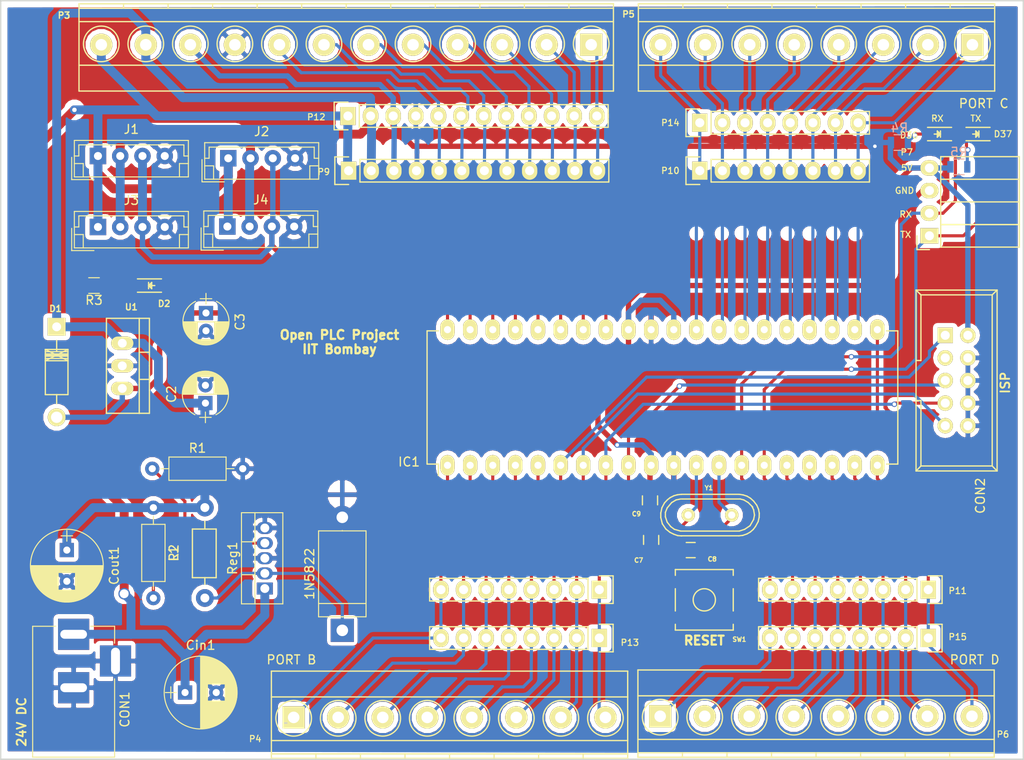
<source format=kicad_pcb>
(kicad_pcb (version 4) (host pcbnew 4.0.7)
  (layers (0 F.Cu signal) (31 B.Cu signal) (34 B.Paste user hide) (35 F.Paste user hide) (36 B.SilkS user) (37 F.SilkS user) (38 B.Mask user) (39 F.Mask user) (44 Edge.Cuts user))
  (net 0 "")
  (net 1 12V)
  (net 2 GND)
  (net 3 5V)
  (net 4 "Net-(C7-Pad2)")
  (net 5 "Net-(C8-Pad2)")
  (net 6 /MOSI)
  (net 7 /RST)
  (net 8 /SCK)
  (net 9 /MISO)
  (net 10 "Net-(D2-Pad1)")
  (net 11 /RX)
  (net 12 /TX)
  (net 13 24V)
  (net 14 "Net-(D36-Pad2)")
  (net 15 "Net-(D37-Pad2)")
  (net 16 "Net-(1N5822-Pad1)")
  (net 17 "Net-(R1-Pad1)")
  (net 18 /B0)
  (net 19 /B1)
  (net 20 /B2)
  (net 21 /B3)
  (net 22 /B4)
  (net 23 /D2)
  (net 24 /D3)
  (net 25 /D4)
  (net 26 /D5)
  (net 27 /D6)
  (net 28 /D7)
  (net 29 /C0)
  (net 30 /C1)
  (net 31 /C2)
  (net 32 /C3)
  (net 33 /C4)
  (net 34 /C5)
  (net 35 /C6)
  (net 36 /C7)
  (net 37 /A7)
  (net 38 /A6)
  (net 39 /A5)
  (net 40 /A4)
  (net 41 /A3)
  (net 42 /A2)
  (net 43 /A1)
  (net 44 /A0)
  (module Pin_Headers:Pin_Header_Straight_1x08 (layer F.Cu) (at 159.1564 111.4806 270)
    (fp_text reference P13 (at 0.508 -3.429 360) (layer F.SilkS) (effects (font (size 0.7 0.7) (thickness 0.125))))
    (fp_text value PortB_M hide)
    (pad 1 thru_hole rect (at 0 0 270) (size 2.032 1.7272) (drill 1.016) (layers *.Cu *.Mask F.SilkS) (net 8 /SCK))
    (pad 2 thru_hole oval (at 0 2.54 270) (size 2.032 1.7272) (drill 1.016) (layers *.Cu *.Mask F.SilkS) (net 9 /MISO))
    (pad 3 thru_hole oval (at 0 5.08 270) (size 2.032 1.7272) (drill 1.016) (layers *.Cu *.Mask F.SilkS) (net 6 /MOSI))
    (pad 4 thru_hole oval (at 0 7.62 270) (size 2.032 1.7272) (drill 1.016) (layers *.Cu *.Mask F.SilkS) (net 22 /B4))
    (pad 5 thru_hole oval (at 0 10.16 270) (size 2.032 1.7272) (drill 1.016) (layers *.Cu *.Mask F.SilkS) (net 21 /B3))
    (pad 6 thru_hole oval (at 0 12.7 270) (size 2.032 1.7272) (drill 1.016) (layers *.Cu *.Mask F.SilkS) (net 20 /B2))
    (pad 7 thru_hole oval (at 0 15.24 270) (size 2.032 1.7272) (drill 1.016) (layers *.Cu *.Mask F.SilkS) (net 19 /B1))
    (pad 8 thru_hole oval (at 0 17.78 270) (size 2.032 1.7272) (drill 1.016) (layers *.Cu *.Mask F.SilkS) (net 18 /B0))
  )
  (module Socket_Strips:Socket_Strip_Straight_1x08 (layer F.Cu) (at 159.1564 106.045 180)
    (fp_text reference P8 (at 0 -5.1 180) (layer F.SilkS))
    (fp_text value PortB_B hide)
    (pad 1 thru_hole rect (at 0 0 180) (size 1.7272 2.032) (drill 1.016) (layers *.Cu *.Mask F.SilkS) (net 8 /SCK))
    (pad 2 thru_hole oval (at 2.54 0 180) (size 1.7272 2.032) (drill 1.016) (layers *.Cu *.Mask F.SilkS) (net 9 /MISO))
    (pad 3 thru_hole oval (at 5.08 0 180) (size 1.7272 2.032) (drill 1.016) (layers *.Cu *.Mask F.SilkS) (net 6 /MOSI))
    (pad 4 thru_hole oval (at 7.62 0 180) (size 1.7272 2.032) (drill 1.016) (layers *.Cu *.Mask F.SilkS) (net 22 /B4))
    (pad 5 thru_hole oval (at 10.16 0 180) (size 1.7272 2.032) (drill 1.016) (layers *.Cu *.Mask F.SilkS) (net 21 /B3))
    (pad 6 thru_hole oval (at 12.7 0 180) (size 1.7272 2.032) (drill 1.016) (layers *.Cu *.Mask F.SilkS) (net 20 /B2))
    (pad 7 thru_hole oval (at 15.24 0 180) (size 1.7272 2.032) (drill 1.016) (layers *.Cu *.Mask F.SilkS) (net 19 /B1))
    (pad 8 thru_hole oval (at 17.78 0 180) (size 1.7272 2.032) (drill 1.016) (layers *.Cu *.Mask F.SilkS) (net 18 /B0))
  )
  (module Socket_Strips:Socket_Strip_Straight_1x08 (layer F.Cu) (at 170.434 58.9788)
    (fp_text reference P10 (at -3.302 0) (layer F.SilkS) (effects (font (size 0.7 0.7) (thickness 0.125))))
    (fp_text value PortC_B hide)
    (pad 8 thru_hole oval (at 17.78 0) (size 1.7272 2.032) (drill 1.016) (layers *.Cu *.Mask F.SilkS) (net 29 /C0))
    (pad 7 thru_hole oval (at 15.24 0) (size 1.7272 2.032) (drill 1.016) (layers *.Cu *.Mask F.SilkS) (net 30 /C1))
    (pad 6 thru_hole oval (at 12.7 0) (size 1.7272 2.032) (drill 1.016) (layers *.Cu *.Mask F.SilkS) (net 31 /C2))
    (pad 5 thru_hole oval (at 10.16 0) (size 1.7272 2.032) (drill 1.016) (layers *.Cu *.Mask F.SilkS) (net 32 /C3))
    (pad 4 thru_hole oval (at 7.62 0) (size 1.7272 2.032) (drill 1.016) (layers *.Cu *.Mask F.SilkS) (net 33 /C4))
    (pad 3 thru_hole oval (at 5.08 0) (size 1.7272 2.032) (drill 1.016) (layers *.Cu *.Mask F.SilkS) (net 34 /C5))
    (pad 2 thru_hole oval (at 2.54 0) (size 1.7272 2.032) (drill 1.016) (layers *.Cu *.Mask F.SilkS) (net 35 /C6))
    (pad 1 thru_hole rect (at 0 0) (size 1.7272 2.032) (drill 1.016) (layers *.Cu *.Mask F.SilkS) (net 36 /C7))
  )
  (module LEDs:LED_0805 (layer F.Cu) (at 201.422 54.864 180)
    (fp_text reference D37 (at -3.048 0 180) (layer F.SilkS) (effects (font (size 0.7 0.7) (thickness 0.125))))
    (fp_text value TX (at 0 1.75 180) (layer F.SilkS) (effects (font (size 0.7 0.7) (thickness 0.125))))
    (pad 2 smd rect (at 1.04902 0) (size 1.19888 1.19888) (layers F.Cu F.Paste F.Mask) (net 15 "Net-(D37-Pad2)"))
    (pad 1 smd rect (at -1.04902 0) (size 1.19888 1.19888) (layers F.Cu F.Paste F.Mask) (net 12 /TX))
  )
  (module LEDs:LED_0805 (layer F.Cu) (at 197.104 54.864 180)
    (fp_text reference D36 (at 3.175 -0.127 180) (layer F.SilkS) (effects (font (size 0.7 0.7) (thickness 0.125))))
    (fp_text value RX (at 0 1.75 180) (layer F.SilkS) (effects (font (size 0.7 0.7) (thickness 0.125))))
    (pad 1 smd rect (at -1.04902 0) (size 1.19888 1.19888) (layers F.Cu F.Paste F.Mask) (net 11 /RX))
    (pad 2 smd rect (at 1.04902 0) (size 1.19888 1.19888) (layers F.Cu F.Paste F.Mask) (net 14 "Net-(D36-Pad2)"))
  )
  (module TO_SOT_Packages_THT:TO-220_Neutral123_Vertical (layer F.Cu) (at 105.6005 80.899 270)
    (fp_text reference U1 (at -6.604 -1.016 360) (layer F.SilkS) (effects (font (size 0.7 0.7))))
    (fp_text value 7805 hide)
    (pad 2 thru_hole oval (at 0 0) (size 2.49936 1.50114) (drill 1.00076) (layers *.Cu *.Mask F.SilkS) (net 2 GND))
    (pad 1 thru_hole oval (at -2.54 0) (size 2.49936 1.50114) (drill 1.00076) (layers *.Cu *.Mask F.SilkS) (net 1 12V))
    (pad 3 thru_hole oval (at 2.54 0) (size 2.49936 1.50114) (drill 1.00076) (layers *.Cu *.Mask F.SilkS) (net 3 5V))
  )
  (module Socket_Strips:Socket_Strip_Straight_1x12 (layer F.Cu) (at 131.0132 58.9788)
    (fp_text reference P9 (at -2.794 0.127) (layer F.SilkS) (effects (font (size 0.7 0.7) (thickness 0.125))))
    (fp_text value PortA_B hide)
    (pad 1 thru_hole rect (at 0 0) (size 1.7272 2.032) (drill 1.016) (layers *.Cu *.Mask F.SilkS) (net 13 24V))
    (pad 2 thru_hole oval (at 2.54 0) (size 1.7272 2.032) (drill 1.016) (layers *.Cu *.Mask F.SilkS) (net 1 12V))
    (pad 3 thru_hole oval (at 5.08 0) (size 1.7272 2.032) (drill 1.016) (layers *.Cu *.Mask F.SilkS) (net 3 5V))
    (pad 4 thru_hole oval (at 7.62 0) (size 1.7272 2.032) (drill 1.016) (layers *.Cu *.Mask F.SilkS) (net 2 GND))
    (pad 5 thru_hole oval (at 10.16 0) (size 1.7272 2.032) (drill 1.016) (layers *.Cu *.Mask F.SilkS) (net 44 /A0))
    (pad 6 thru_hole oval (at 12.7 0) (size 1.7272 2.032) (drill 1.016) (layers *.Cu *.Mask F.SilkS) (net 43 /A1))
    (pad 7 thru_hole oval (at 15.24 0) (size 1.7272 2.032) (drill 1.016) (layers *.Cu *.Mask F.SilkS) (net 42 /A2))
    (pad 8 thru_hole oval (at 17.78 0) (size 1.7272 2.032) (drill 1.016) (layers *.Cu *.Mask F.SilkS) (net 41 /A3))
    (pad 9 thru_hole oval (at 20.32 0) (size 1.7272 2.032) (drill 1.016) (layers *.Cu *.Mask F.SilkS) (net 40 /A4))
    (pad 10 thru_hole oval (at 22.86 0) (size 1.7272 2.032) (drill 1.016) (layers *.Cu *.Mask F.SilkS) (net 39 /A5))
    (pad 11 thru_hole oval (at 25.4 0) (size 1.7272 2.032) (drill 1.016) (layers *.Cu *.Mask F.SilkS) (net 38 /A6))
    (pad 12 thru_hole oval (at 27.94 0) (size 1.7272 2.032) (drill 1.016) (layers *.Cu *.Mask F.SilkS) (net 37 /A7))
  )
  (module Connect:IDC_Header_Straight_10pins (layer F.Cu) (at 197.993 77.47 270)
    (fp_text reference CON2 (at 18.034 -3.937 270) (layer F.SilkS))
    (fp_text value AVR-ISP-10 hide)
    (pad 1 thru_hole rect (at 0 0 270) (size 1.7272 1.7272) (drill 1.016) (layers *.Cu *.Mask F.SilkS) (net 6 /MOSI))
    (pad 2 thru_hole oval (at 0 -2.54 270) (size 1.7272 1.7272) (drill 1.016) (layers *.Cu *.Mask F.SilkS) (net 3 5V))
    (pad 3 thru_hole oval (at 2.54 0 270) (size 1.7272 1.7272) (drill 1.016) (layers *.Cu *.Mask F.SilkS))
    (pad 4 thru_hole oval (at 2.54 -2.54 270) (size 1.7272 1.7272) (drill 1.016) (layers *.Cu *.Mask F.SilkS) (net 2 GND))
    (pad 5 thru_hole oval (at 5.08 0 270) (size 1.7272 1.7272) (drill 1.016) (layers *.Cu *.Mask F.SilkS) (net 7 /RST))
    (pad 6 thru_hole oval (at 5.08 -2.54 270) (size 1.7272 1.7272) (drill 1.016) (layers *.Cu *.Mask F.SilkS) (net 2 GND))
    (pad 7 thru_hole oval (at 7.62 0 270) (size 1.7272 1.7272) (drill 1.016) (layers *.Cu *.Mask F.SilkS) (net 8 /SCK))
    (pad 8 thru_hole oval (at 7.62 -2.54 270) (size 1.7272 1.7272) (drill 1.016) (layers *.Cu *.Mask F.SilkS) (net 2 GND))
    (pad 9 thru_hole oval (at 10.16 0 270) (size 1.7272 1.7272) (drill 1.016) (layers *.Cu *.Mask F.SilkS) (net 9 /MISO))
    (pad 10 thru_hole oval (at 10.16 -2.54 270) (size 1.7272 1.7272) (drill 1.016) (layers *.Cu *.Mask F.SilkS) (net 2 GND))
  )
  (module Diodes_ThroughHole:Diode_DO-41_SOD81_Horizontal_RM10 (layer F.Cu) (at 98.23196 76.5175 270)
    (fp_text reference D1 (at -2.032 0.127 360) (layer F.SilkS) (effects (font (size 0.7 0.7))))
    (fp_text value D hide)
    (pad 2 thru_hole circle (at 10.16 -0.00254 90) (size 1.99898 1.99898) (drill 1.27) (layers *.Cu *.Mask F.SilkS) (net 3 5V))
    (pad 1 thru_hole rect (at 0 -0.00254 90) (size 1.99898 1.99898) (drill 1.00076) (layers *.Cu *.Mask F.SilkS) (net 1 12V))
  )
  (module Housings_DIP:DIP-40_W15.24mm_LongPads (layer F.Cu) (at 142.113 92.075 90)
    (fp_text reference IC1 (at 0.381 -4.318 180) (layer F.SilkS))
    (fp_text value ATMEGA16-P hide)
    (pad 1 thru_hole oval (at 0 0 90) (size 2.3 1.6) (drill 0.8) (layers *.Cu *.Mask F.SilkS) (net 18 /B0))
    (pad 2 thru_hole oval (at 0 2.54 90) (size 2.3 1.6) (drill 0.8) (layers *.Cu *.Mask F.SilkS) (net 19 /B1))
    (pad 3 thru_hole oval (at 0 5.08 90) (size 2.3 1.6) (drill 0.8) (layers *.Cu *.Mask F.SilkS) (net 20 /B2))
    (pad 4 thru_hole oval (at 0 7.62 90) (size 2.3 1.6) (drill 0.8) (layers *.Cu *.Mask F.SilkS) (net 21 /B3))
    (pad 5 thru_hole oval (at 0 10.16 90) (size 2.3 1.6) (drill 0.8) (layers *.Cu *.Mask F.SilkS) (net 22 /B4))
    (pad 6 thru_hole oval (at 0 12.7 90) (size 2.3 1.6) (drill 0.8) (layers *.Cu *.Mask F.SilkS) (net 6 /MOSI))
    (pad 7 thru_hole oval (at 0 15.24 90) (size 2.3 1.6) (drill 0.8) (layers *.Cu *.Mask F.SilkS) (net 9 /MISO))
    (pad 8 thru_hole oval (at 0 17.78 90) (size 2.3 1.6) (drill 0.8) (layers *.Cu *.Mask F.SilkS) (net 8 /SCK))
    (pad 9 thru_hole oval (at 0 20.32 90) (size 2.3 1.6) (drill 0.8) (layers *.Cu *.Mask F.SilkS) (net 7 /RST))
    (pad 10 thru_hole oval (at 0 22.86 90) (size 2.3 1.6) (drill 0.8) (layers *.Cu *.Mask F.SilkS) (net 3 5V))
    (pad 11 thru_hole oval (at 0 25.4 90) (size 2.3 1.6) (drill 0.8) (layers *.Cu *.Mask F.SilkS) (net 2 GND))
    (pad 12 thru_hole oval (at 0 27.94 90) (size 2.3 1.6) (drill 0.8) (layers *.Cu *.Mask F.SilkS) (net 4 "Net-(C7-Pad2)"))
    (pad 13 thru_hole oval (at 0 30.48 90) (size 2.3 1.6) (drill 0.8) (layers *.Cu *.Mask F.SilkS) (net 5 "Net-(C8-Pad2)"))
    (pad 14 thru_hole oval (at 0 33.02 90) (size 2.3 1.6) (drill 0.8) (layers *.Cu *.Mask F.SilkS) (net 11 /RX))
    (pad 15 thru_hole oval (at 0 35.56 90) (size 2.3 1.6) (drill 0.8) (layers *.Cu *.Mask F.SilkS) (net 12 /TX))
    (pad 16 thru_hole oval (at 0 38.1 90) (size 2.3 1.6) (drill 0.8) (layers *.Cu *.Mask F.SilkS) (net 23 /D2))
    (pad 17 thru_hole oval (at 0 40.64 90) (size 2.3 1.6) (drill 0.8) (layers *.Cu *.Mask F.SilkS) (net 24 /D3))
    (pad 18 thru_hole oval (at 0 43.18 90) (size 2.3 1.6) (drill 0.8) (layers *.Cu *.Mask F.SilkS) (net 25 /D4))
    (pad 19 thru_hole oval (at 0 45.72 90) (size 2.3 1.6) (drill 0.8) (layers *.Cu *.Mask F.SilkS) (net 26 /D5))
    (pad 20 thru_hole oval (at 0 48.26 90) (size 2.3 1.6) (drill 0.8) (layers *.Cu *.Mask F.SilkS) (net 27 /D6))
    (pad 21 thru_hole oval (at 15.24 48.26 90) (size 2.3 1.6) (drill 0.8) (layers *.Cu *.Mask F.SilkS) (net 28 /D7))
    (pad 22 thru_hole oval (at 15.24 45.72 90) (size 2.3 1.6) (drill 0.8) (layers *.Cu *.Mask F.SilkS) (net 29 /C0))
    (pad 23 thru_hole oval (at 15.24 43.18 90) (size 2.3 1.6) (drill 0.8) (layers *.Cu *.Mask F.SilkS) (net 30 /C1))
    (pad 24 thru_hole oval (at 15.24 40.64 90) (size 2.3 1.6) (drill 0.8) (layers *.Cu *.Mask F.SilkS) (net 31 /C2))
    (pad 25 thru_hole oval (at 15.24 38.1 90) (size 2.3 1.6) (drill 0.8) (layers *.Cu *.Mask F.SilkS) (net 32 /C3))
    (pad 26 thru_hole oval (at 15.24 35.56 90) (size 2.3 1.6) (drill 0.8) (layers *.Cu *.Mask F.SilkS) (net 33 /C4))
    (pad 27 thru_hole oval (at 15.24 33.02 90) (size 2.3 1.6) (drill 0.8) (layers *.Cu *.Mask F.SilkS) (net 34 /C5))
    (pad 28 thru_hole oval (at 15.24 30.48 90) (size 2.3 1.6) (drill 0.8) (layers *.Cu *.Mask F.SilkS) (net 35 /C6))
    (pad 29 thru_hole oval (at 15.24 27.94 90) (size 2.3 1.6) (drill 0.8) (layers *.Cu *.Mask F.SilkS) (net 36 /C7))
    (pad 30 thru_hole oval (at 15.24 25.4 90) (size 2.3 1.6) (drill 0.8) (layers *.Cu *.Mask F.SilkS) (net 3 5V))
    (pad 31 thru_hole oval (at 15.24 22.86 90) (size 2.3 1.6) (drill 0.8) (layers *.Cu *.Mask F.SilkS) (net 2 GND))
    (pad 32 thru_hole oval (at 15.24 20.32 90) (size 2.3 1.6) (drill 0.8) (layers *.Cu *.Mask F.SilkS) (net 3 5V))
    (pad 33 thru_hole oval (at 15.24 17.78 90) (size 2.3 1.6) (drill 0.8) (layers *.Cu *.Mask F.SilkS) (net 37 /A7))
    (pad 34 thru_hole oval (at 15.24 15.24 90) (size 2.3 1.6) (drill 0.8) (layers *.Cu *.Mask F.SilkS) (net 38 /A6))
    (pad 35 thru_hole oval (at 15.24 12.7 90) (size 2.3 1.6) (drill 0.8) (layers *.Cu *.Mask F.SilkS) (net 39 /A5))
    (pad 36 thru_hole oval (at 15.24 10.16 90) (size 2.3 1.6) (drill 0.8) (layers *.Cu *.Mask F.SilkS) (net 40 /A4))
    (pad 37 thru_hole oval (at 15.24 7.62 90) (size 2.3 1.6) (drill 0.8) (layers *.Cu *.Mask F.SilkS) (net 41 /A3))
    (pad 38 thru_hole oval (at 15.24 5.08 90) (size 2.3 1.6) (drill 0.8) (layers *.Cu *.Mask F.SilkS) (net 42 /A2))
    (pad 39 thru_hole oval (at 15.24 2.54 90) (size 2.3 1.6) (drill 0.8) (layers *.Cu *.Mask F.SilkS) (net 43 /A1))
    (pad 40 thru_hole oval (at 15.24 0 90) (size 2.3 1.6) (drill 0.8) (layers *.Cu *.Mask F.SilkS) (net 44 /A0))
  )
  (module Buttons_Switches_SMD:SW_SPST_B3SL-1002P (layer F.Cu) (at 170.942 107.188)
    (fp_text reference SW1 (at 3.937 4.445) (layer F.SilkS) (effects (font (size 0.5 0.5) (thickness 0.125))))
    (fp_text value SW_PUSH hide)
    (pad 1 smd rect (at -2.875 -2) (size 2.75 1) (layers F.Cu F.Paste F.Mask) (net 2 GND))
    (pad 1 smd rect (at 2.875 -2) (size 2.75 1) (layers F.Cu F.Paste F.Mask) (net 2 GND))
    (pad 2 smd rect (at 2.875 2) (size 2.75 1) (layers F.Cu F.Paste F.Mask) (net 7 /RST))
    (pad 2 smd rect (at -2.875 2) (size 2.75 1) (layers F.Cu F.Paste F.Mask) (net 7 /RST))
  )
  (module Crystals:Crystal_HC49-U_Vertical (layer F.Cu) (at 171.577 97.663)
    (fp_text reference Y1 (at -0.127 -3.048) (layer F.SilkS) (effects (font (size 0.5 0.5) (thickness 0.125))))
    (fp_text value 16Mhz hide)
    (pad 1 thru_hole circle (at -2.44094 0) (size 1.50114 1.50114) (drill 0.8001) (layers *.Cu *.Mask F.SilkS) (net 4 "Net-(C7-Pad2)"))
    (pad 2 thru_hole circle (at 2.44094 0) (size 1.50114 1.50114) (drill 0.8001) (layers *.Cu *.Mask F.SilkS) (net 5 "Net-(C8-Pad2)"))
  )
  (module Capacitors_SMD:C_0805 (layer F.Cu) (at 164.973 100.457 90)
    (fp_text reference C7 (at -2.286 -1.397 180) (layer F.SilkS) (effects (font (size 0.5 0.5) (thickness 0.125))))
    (fp_text value 22pF hide)
    (pad 1 smd rect (at -1 0 90) (size 1 1.25) (layers F.Cu F.Paste F.Mask) (net 2 GND))
    (pad 2 smd rect (at 1 0 90) (size 1 1.25) (layers F.Cu F.Paste F.Mask) (net 4 "Net-(C7-Pad2)"))
  )
  (module Capacitors_SMD:C_0805 (layer F.Cu) (at 169.418 101.6)
    (fp_text reference C8 (at 2.413 1.016) (layer F.SilkS) (effects (font (size 0.5 0.5) (thickness 0.125))))
    (fp_text value 22pF hide)
    (pad 1 smd rect (at -1 0) (size 1 1.25) (layers F.Cu F.Paste F.Mask) (net 2 GND))
    (pad 2 smd rect (at 1 0) (size 1 1.25) (layers F.Cu F.Paste F.Mask) (net 5 "Net-(C8-Pad2)"))
  )
  (module Capacitors_SMD:C_0805 (layer F.Cu) (at 164.846 96.012 270)
    (fp_text reference C9 (at 1.524 1.524 360) (layer F.SilkS) (effects (font (size 0.5 0.5) (thickness 0.125))))
    (fp_text value 100nF hide)
    (pad 1 smd rect (at -1 0 270) (size 1 1.25) (layers F.Cu F.Paste F.Mask) (net 3 5V))
    (pad 2 smd rect (at 1 0 270) (size 1 1.25) (layers F.Cu F.Paste F.Mask) (net 2 GND))
  )
  (module LEDs:LED_0805 (layer F.Cu) (at 108.9025 71.882)
    (fp_text reference D2 (at 1.397 2.032) (layer F.SilkS) (effects (font (size 0.7 0.7))))
    (fp_text value LED hide)
    (pad 2 smd rect (at 1.04902 0 180) (size 1.19888 1.19888) (layers F.Cu F.Paste F.Mask) (net 3 5V))
    (pad 1 smd rect (at -1.04902 0 180) (size 1.19888 1.19888) (layers F.Cu F.Paste F.Mask) (net 10 "Net-(D2-Pad1)"))
  )
  (module Terminal_Blocks:TerminalBlock_Pheonix_MKDS1.5-8pol (layer F.Cu) (at 201.041 44.831 180)
    (fp_text reference P5 (at 38.608 3.429 180) (layer F.SilkS) (effects (font (size 0.7 0.7))))
    (fp_text value PortC hide)
    (pad 2 thru_hole circle (at 5 0 180) (size 2.5 2.5) (drill 1.3) (layers *.Cu *.Mask F.SilkS) (net 30 /C1))
    (pad 1 thru_hole rect (at 0 0 180) (size 2.5 2.5) (drill 1.3) (layers *.Cu *.Mask F.SilkS) (net 29 /C0))
    (pad 3 thru_hole circle (at 10 0 180) (size 2.5 2.5) (drill 1.3) (layers *.Cu *.Mask F.SilkS) (net 31 /C2))
    (pad 4 thru_hole circle (at 15 0 180) (size 2.5 2.5) (drill 1.3) (layers *.Cu *.Mask F.SilkS) (net 32 /C3))
    (pad 5 thru_hole circle (at 20 0 180) (size 2.5 2.5) (drill 1.3) (layers *.Cu *.Mask F.SilkS) (net 33 /C4))
    (pad 6 thru_hole circle (at 25 0 180) (size 2.5 2.5) (drill 1.3) (layers *.Cu *.Mask F.SilkS) (net 34 /C5))
    (pad 7 thru_hole circle (at 30 0 180) (size 2.5 2.5) (drill 1.3) (layers *.Cu *.Mask F.SilkS) (net 35 /C6))
    (pad 8 thru_hole circle (at 35 0 180) (size 2.5 2.5) (drill 1.3) (layers *.Cu *.Mask F.SilkS) (net 36 /C7))
  )
  (module Terminal_Blocks:TerminalBlock_Pheonix_MKDS1.5-8pol (layer F.Cu) (at 165.989 120.269)
    (fp_text reference P6 (at 38.481 2.032) (layer F.SilkS) (effects (font (size 0.7 0.7) (thickness 0.125))))
    (fp_text value PortD hide)
    (pad 8 thru_hole circle (at 35 0) (size 2.5 2.5) (drill 1.3) (layers *.Cu *.Mask F.SilkS) (net 28 /D7))
    (pad 7 thru_hole circle (at 30 0) (size 2.5 2.5) (drill 1.3) (layers *.Cu *.Mask F.SilkS) (net 27 /D6))
    (pad 6 thru_hole circle (at 25 0) (size 2.5 2.5) (drill 1.3) (layers *.Cu *.Mask F.SilkS) (net 26 /D5))
    (pad 5 thru_hole circle (at 20 0) (size 2.5 2.5) (drill 1.3) (layers *.Cu *.Mask F.SilkS) (net 25 /D4))
    (pad 4 thru_hole circle (at 15 0) (size 2.5 2.5) (drill 1.3) (layers *.Cu *.Mask F.SilkS) (net 24 /D3))
    (pad 3 thru_hole circle (at 10 0) (size 2.5 2.5) (drill 1.3) (layers *.Cu *.Mask F.SilkS) (net 23 /D2))
    (pad 1 thru_hole rect (at 0 0) (size 2.5 2.5) (drill 1.3) (layers *.Cu *.Mask F.SilkS) (net 11 /RX))
    (pad 2 thru_hole circle (at 5 0) (size 2.5 2.5) (drill 1.3) (layers *.Cu *.Mask F.SilkS) (net 12 /TX))
  )
  (module Terminal_Blocks:TerminalBlock_Pheonix_MKDS1.5-12pol (layer F.Cu) (at 158.242 44.831 180)
    (fp_text reference P3 (at 59.182 3.302 180) (layer F.SilkS) (effects (font (size 0.7 0.7))))
    (fp_text value PortA hide)
    (pad 12 thru_hole circle (at 55 0 180) (size 2.5 2.5) (drill 1.3) (layers *.Cu *.Mask F.SilkS) (net 13 24V))
    (pad 11 thru_hole circle (at 50 0 180) (size 2.5 2.5) (drill 1.3) (layers *.Cu *.Mask F.SilkS) (net 1 12V))
    (pad 10 thru_hole circle (at 45 0 180) (size 2.5 2.5) (drill 1.3) (layers *.Cu *.Mask F.SilkS) (net 3 5V))
    (pad 9 thru_hole circle (at 40 0 180) (size 2.5 2.5) (drill 1.3) (layers *.Cu *.Mask F.SilkS) (net 2 GND))
    (pad 8 thru_hole circle (at 35 0 180) (size 2.5 2.5) (drill 1.3) (layers *.Cu *.Mask F.SilkS) (net 44 /A0))
    (pad 7 thru_hole circle (at 30 0 180) (size 2.5 2.5) (drill 1.3) (layers *.Cu *.Mask F.SilkS) (net 43 /A1))
    (pad 6 thru_hole circle (at 25 0 180) (size 2.5 2.5) (drill 1.3) (layers *.Cu *.Mask F.SilkS) (net 42 /A2))
    (pad 5 thru_hole circle (at 20 0 180) (size 2.5 2.5) (drill 1.3) (layers *.Cu *.Mask F.SilkS) (net 41 /A3))
    (pad 4 thru_hole circle (at 15 0 180) (size 2.5 2.5) (drill 1.3) (layers *.Cu *.Mask F.SilkS) (net 40 /A4))
    (pad 3 thru_hole circle (at 10 0 180) (size 2.5 2.5) (drill 1.3) (layers *.Cu *.Mask F.SilkS) (net 39 /A5))
    (pad 1 thru_hole rect (at 0 0 180) (size 2.5 2.5) (drill 1.3) (layers *.Cu *.Mask F.SilkS) (net 37 /A7))
    (pad 2 thru_hole circle (at 5 0 180) (size 2.5 2.5) (drill 1.3) (layers *.Cu *.Mask F.SilkS) (net 38 /A6))
  )
  (module Terminal_Blocks:TerminalBlock_Pheonix_MKDS1.5-8pol (layer F.Cu) (at 124.841 120.396)
    (fp_text reference P4 (at -4.318 2.413) (layer F.SilkS) (effects (font (size 0.7 0.7) (thickness 0.125))))
    (fp_text value PortB hide)
    (pad 8 thru_hole circle (at 35 0) (size 2.5 2.5) (drill 1.3) (layers *.Cu *.Mask F.SilkS) (net 8 /SCK))
    (pad 7 thru_hole circle (at 30 0) (size 2.5 2.5) (drill 1.3) (layers *.Cu *.Mask F.SilkS) (net 9 /MISO))
    (pad 6 thru_hole circle (at 25 0) (size 2.5 2.5) (drill 1.3) (layers *.Cu *.Mask F.SilkS) (net 6 /MOSI))
    (pad 5 thru_hole circle (at 20 0) (size 2.5 2.5) (drill 1.3) (layers *.Cu *.Mask F.SilkS) (net 22 /B4))
    (pad 4 thru_hole circle (at 15 0) (size 2.5 2.5) (drill 1.3) (layers *.Cu *.Mask F.SilkS) (net 21 /B3))
    (pad 3 thru_hole circle (at 10 0) (size 2.5 2.5) (drill 1.3) (layers *.Cu *.Mask F.SilkS) (net 20 /B2))
    (pad 1 thru_hole rect (at 0 0) (size 2.5 2.5) (drill 1.3) (layers *.Cu *.Mask F.SilkS) (net 18 /B0))
    (pad 2 thru_hole circle (at 5 0) (size 2.5 2.5) (drill 1.3) (layers *.Cu *.Mask F.SilkS) (net 19 /B1))
  )
  (module Socket_Strips:Socket_Strip_Straight_1x08 (layer F.Cu) (at 196.088 106.045 180)
    (fp_text reference P11 (at -3.302 -0.127 180) (layer F.SilkS) (effects (font (size 0.7 0.7) (thickness 0.125))))
    (fp_text value PortD_B hide)
    (pad 1 thru_hole rect (at 0 0 180) (size 1.7272 2.032) (drill 1.016) (layers *.Cu *.Mask F.SilkS) (net 28 /D7))
    (pad 2 thru_hole oval (at 2.54 0 180) (size 1.7272 2.032) (drill 1.016) (layers *.Cu *.Mask F.SilkS) (net 27 /D6))
    (pad 3 thru_hole oval (at 5.08 0 180) (size 1.7272 2.032) (drill 1.016) (layers *.Cu *.Mask F.SilkS) (net 26 /D5))
    (pad 4 thru_hole oval (at 7.62 0 180) (size 1.7272 2.032) (drill 1.016) (layers *.Cu *.Mask F.SilkS) (net 25 /D4))
    (pad 5 thru_hole oval (at 10.16 0 180) (size 1.7272 2.032) (drill 1.016) (layers *.Cu *.Mask F.SilkS) (net 24 /D3))
    (pad 6 thru_hole oval (at 12.7 0 180) (size 1.7272 2.032) (drill 1.016) (layers *.Cu *.Mask F.SilkS) (net 23 /D2))
    (pad 7 thru_hole oval (at 15.24 0 180) (size 1.7272 2.032) (drill 1.016) (layers *.Cu *.Mask F.SilkS) (net 12 /TX))
    (pad 8 thru_hole oval (at 17.78 0 180) (size 1.7272 2.032) (drill 1.016) (layers *.Cu *.Mask F.SilkS) (net 11 /RX))
  )
  (module Pin_Headers:Pin_Header_Straight_1x12 (layer F.Cu) (at 130.937 52.832 90)
    (fp_text reference P12 (at -0.127 -3.556 180) (layer F.SilkS) (effects (font (size 0.7 0.7) (thickness 0.125))))
    (fp_text value PortA_M hide)
    (pad 1 thru_hole rect (at 0 0 90) (size 2.032 1.7272) (drill 1.016) (layers *.Cu *.Mask F.SilkS) (net 13 24V))
    (pad 2 thru_hole oval (at 0 2.54 90) (size 2.032 1.7272) (drill 1.016) (layers *.Cu *.Mask F.SilkS) (net 1 12V))
    (pad 3 thru_hole oval (at 0 5.08 90) (size 2.032 1.7272) (drill 1.016) (layers *.Cu *.Mask F.SilkS) (net 3 5V))
    (pad 4 thru_hole oval (at 0 7.62 90) (size 2.032 1.7272) (drill 1.016) (layers *.Cu *.Mask F.SilkS) (net 2 GND))
    (pad 5 thru_hole oval (at 0 10.16 90) (size 2.032 1.7272) (drill 1.016) (layers *.Cu *.Mask F.SilkS) (net 44 /A0))
    (pad 6 thru_hole oval (at 0 12.7 90) (size 2.032 1.7272) (drill 1.016) (layers *.Cu *.Mask F.SilkS) (net 43 /A1))
    (pad 7 thru_hole oval (at 0 15.24 90) (size 2.032 1.7272) (drill 1.016) (layers *.Cu *.Mask F.SilkS) (net 42 /A2))
    (pad 8 thru_hole oval (at 0 17.78 90) (size 2.032 1.7272) (drill 1.016) (layers *.Cu *.Mask F.SilkS) (net 41 /A3))
    (pad 9 thru_hole oval (at 0 20.32 90) (size 2.032 1.7272) (drill 1.016) (layers *.Cu *.Mask F.SilkS) (net 40 /A4))
    (pad 10 thru_hole oval (at 0 22.86 90) (size 2.032 1.7272) (drill 1.016) (layers *.Cu *.Mask F.SilkS) (net 39 /A5))
    (pad 11 thru_hole oval (at 0 25.4 90) (size 2.032 1.7272) (drill 1.016) (layers *.Cu *.Mask F.SilkS) (net 38 /A6))
    (pad 12 thru_hole oval (at 0 27.94 90) (size 2.032 1.7272) (drill 1.016) (layers *.Cu *.Mask F.SilkS) (net 37 /A7))
  )
  (module Pin_Headers:Pin_Header_Straight_1x08 (layer F.Cu) (at 170.434 53.594 90)
    (fp_text reference P14 (at 0 -3.302 180) (layer F.SilkS) (effects (font (size 0.7 0.7) (thickness 0.125))))
    (fp_text value PortC_M hide)
    (pad 8 thru_hole oval (at 0 17.78 90) (size 2.032 1.7272) (drill 1.016) (layers *.Cu *.Mask F.SilkS) (net 29 /C0))
    (pad 7 thru_hole oval (at 0 15.24 90) (size 2.032 1.7272) (drill 1.016) (layers *.Cu *.Mask F.SilkS) (net 30 /C1))
    (pad 6 thru_hole oval (at 0 12.7 90) (size 2.032 1.7272) (drill 1.016) (layers *.Cu *.Mask F.SilkS) (net 31 /C2))
    (pad 5 thru_hole oval (at 0 10.16 90) (size 2.032 1.7272) (drill 1.016) (layers *.Cu *.Mask F.SilkS) (net 32 /C3))
    (pad 4 thru_hole oval (at 0 7.62 90) (size 2.032 1.7272) (drill 1.016) (layers *.Cu *.Mask F.SilkS) (net 33 /C4))
    (pad 3 thru_hole oval (at 0 5.08 90) (size 2.032 1.7272) (drill 1.016) (layers *.Cu *.Mask F.SilkS) (net 34 /C5))
    (pad 2 thru_hole oval (at 0 2.54 90) (size 2.032 1.7272) (drill 1.016) (layers *.Cu *.Mask F.SilkS) (net 35 /C6))
    (pad 1 thru_hole rect (at 0 0 90) (size 2.032 1.7272) (drill 1.016) (layers *.Cu *.Mask F.SilkS) (net 36 /C7))
  )
  (module Pin_Headers:Pin_Header_Straight_1x08 (layer F.Cu) (at 196.088 111.4806 270)
    (fp_text reference P15 (at -0.127 -3.302 360) (layer F.SilkS) (effects (font (size 0.7 0.7) (thickness 0.125))))
    (fp_text value PortD_M hide)
    (pad 1 thru_hole rect (at 0 0 270) (size 2.032 1.7272) (drill 1.016) (layers *.Cu *.Mask F.SilkS) (net 28 /D7))
    (pad 2 thru_hole oval (at 0 2.54 270) (size 2.032 1.7272) (drill 1.016) (layers *.Cu *.Mask F.SilkS) (net 27 /D6))
    (pad 3 thru_hole oval (at 0 5.08 270) (size 2.032 1.7272) (drill 1.016) (layers *.Cu *.Mask F.SilkS) (net 26 /D5))
    (pad 4 thru_hole oval (at 0 7.62 270) (size 2.032 1.7272) (drill 1.016) (layers *.Cu *.Mask F.SilkS) (net 25 /D4))
    (pad 5 thru_hole oval (at 0 10.16 270) (size 2.032 1.7272) (drill 1.016) (layers *.Cu *.Mask F.SilkS) (net 24 /D3))
    (pad 6 thru_hole oval (at 0 12.7 270) (size 2.032 1.7272) (drill 1.016) (layers *.Cu *.Mask F.SilkS) (net 23 /D2))
    (pad 7 thru_hole oval (at 0 15.24 270) (size 2.032 1.7272) (drill 1.016) (layers *.Cu *.Mask F.SilkS) (net 12 /TX))
    (pad 8 thru_hole oval (at 0 17.78 270) (size 2.032 1.7272) (drill 1.016) (layers *.Cu *.Mask F.SilkS) (net 11 /RX))
  )
  (module Socket_Strips:Socket_Strip_Angled_1x04 (layer F.Cu) (at 196.215 66.294 90)
    (fp_text reference P7 (at 9.398 -2.54 180) (layer F.SilkS) (effects (font (size 0.7 0.7) (thickness 0.125))))
    (fp_text value Max232 hide)
    (pad 1 thru_hole rect (at 0 0 90) (size 1.7272 2.032) (drill 1.016) (layers *.Cu *.Mask F.SilkS))
    (pad 2 thru_hole oval (at 2.54 0 90) (size 1.7272 2.032) (drill 1.016) (layers *.Cu *.Mask F.SilkS))
    (pad 3 thru_hole oval (at 5.08 0 90) (size 1.7272 2.032) (drill 1.016) (layers *.Cu *.Mask F.SilkS))
    (pad 4 thru_hole oval (at 7.62 0 90) (size 1.7272 2.032) (drill 1.016) (layers *.Cu *.Mask F.SilkS))
  )
  (module Capacitors_THT:CP_Radial_D8.0mm_P3.50mm (layer F.Cu) (at 112.649 117.602)
    (fp_text reference Cin1 (at 1.75 -5.31) (layer F.SilkS))
    (fp_text value CP)
    (pad 1 thru_hole rect (at 0 0) (size 1.6 1.6) (drill 0.8) (layers *.Cu *.Mask) (net 13 24V))
    (pad 2 thru_hole circle (at 3.5 0) (size 1.6 1.6) (drill 0.8) (layers *.Cu *.Mask) (net 2 GND))
  )
  (module Capacitors_THT:CP_Radial_D8.0mm_P3.50mm (layer F.Cu) (at 99.3775 101.6 270)
    (fp_text reference Cout1 (at 1.75 -5.31 270) (layer F.SilkS))
    (fp_text value CP)
    (pad 1 thru_hole rect (at 0 0 270) (size 1.6 1.6) (drill 0.8) (layers *.Cu *.Mask) (net 1 12V))
    (pad 2 thru_hole circle (at 3.5 0 270) (size 1.6 1.6) (drill 0.8) (layers *.Cu *.Mask) (net 2 GND))
  )
  (module Resistors_SMD:R_0805 (layer F.Cu) (at 102.428 71.882 180)
    (fp_text reference R3 (at 0 -1.65 180) (layer F.SilkS))
    (fp_text value 470E)
    (pad 1 smd rect (at -0.95 0 180) (size 0.7 1.3) (layers F.Cu F.Paste F.Mask) (net 10 "Net-(D2-Pad1)"))
    (pad 2 smd rect (at 0.95 0 180) (size 0.7 1.3) (layers F.Cu F.Paste F.Mask) (net 2 GND))
  )
  (module TO_SOT_Packages_THT:TO-220-5_Vertical (layer F.Cu) (at 121.6025 105.918 90)
    (fp_text reference Reg1 (at 3.4 -3.62 90) (layer F.SilkS))
    (fp_text value LM2596)
    (pad 1 thru_hole rect (at 0 0 90) (size 1.35 1.8) (drill 1) (layers *.Cu *.Mask) (net 13 24V))
    (pad 2 thru_hole oval (at 1.7 0 90) (size 1.35 1.8) (drill 1) (layers *.Cu *.Mask) (net 16 "Net-(1N5822-Pad1)"))
    (pad 3 thru_hole oval (at 3.4 0 90) (size 1.35 1.8) (drill 1) (layers *.Cu *.Mask) (net 2 GND))
    (pad 4 thru_hole oval (at 5.1 0 90) (size 1.35 1.8) (drill 1) (layers *.Cu *.Mask) (net 17 "Net-(R1-Pad1)"))
    (pad 5 thru_hole oval (at 6.8 0 90) (size 1.35 1.8) (drill 1) (layers *.Cu *.Mask) (net 2 GND))
  )
  (module Choke_Axial_ThroughHole:Choke_Horizontal_RM10mm (layer F.Cu) (at 114.8715 101.981 90)
    (fp_text reference L1 (at 0 -3.50012 90) (layer F.SilkS))
    (fp_text value INDUCTOR)
    (pad 1 thru_hole circle (at -5.00126 0 90) (size 1.99898 1.99898) (drill 1.00076) (layers *.Cu *.Mask) (net 16 "Net-(1N5822-Pad1)"))
    (pad 2 thru_hole circle (at 5.15874 0 90) (size 1.99898 1.99898) (drill 1.00076) (layers *.Cu *.Mask) (net 1 12V))
  )
  (module Capacitors_THT:CP_Radial_D5.0mm_P2.00mm (layer F.Cu) (at 114.935 85.09 90)
    (fp_text reference C2 (at 1 -3.81 90) (layer F.SilkS))
    (fp_text value 100uF)
    (pad 1 thru_hole rect (at 0 0 90) (size 1.6 1.6) (drill 0.8) (layers *.Cu *.Mask) (net 1 12V))
    (pad 2 thru_hole circle (at 2 0 90) (size 1.6 1.6) (drill 0.8) (layers *.Cu *.Mask) (net 2 GND))
  )
  (module Capacitors_THT:CP_Radial_D5.0mm_P2.00mm (layer F.Cu) (at 114.9985 74.962 270)
    (fp_text reference C3 (at 1 -3.81 270) (layer F.SilkS))
    (fp_text value 10uF)
    (pad 1 thru_hole rect (at 0 0 270) (size 1.6 1.6) (drill 0.8) (layers *.Cu *.Mask) (net 3 5V))
    (pad 2 thru_hole circle (at 2 0 270) (size 1.6 1.6) (drill 0.8) (layers *.Cu *.Mask) (net 2 GND))
  )
  (module Connectors:BARREL_JACK (layer F.Cu) (at 100.1395 111.0615 90)
    (fp_text reference CON1 (at -8.45 5.75 270) (layer F.SilkS))
    (fp_text value BARREL_JACK)
    (pad 1 thru_hole rect (at 0 0 90) (size 3.5 3.5) (drill oval 1 3) (layers *.Cu *.Mask) (net 13 24V))
    (pad 2 thru_hole rect (at -6 0 90) (size 3.5 3.5) (drill oval 1 3) (layers *.Cu *.Mask) (net 2 GND))
    (pad 3 thru_hole rect (at -3 4.7 90) (size 3.5 3.5) (drill oval 3 1) (layers *.Cu *.Mask) (net 2 GND))
  )
  (module Resistors_THT:R_Axial_DIN0207_L6.3mm_D2.5mm_P10.16mm_Horizontal (layer F.Cu) (at 108.966 92.456)
    (fp_text reference R1 (at 5.08 -2.31) (layer F.SilkS))
    (fp_text value R)
    (pad 1 thru_hole circle (at 0 0) (size 1.6 1.6) (drill 0.8) (layers *.Cu *.Mask) (net 17 "Net-(R1-Pad1)"))
    (pad 2 thru_hole oval (at 10.16 0) (size 1.6 1.6) (drill 0.8) (layers *.Cu *.Mask) (net 2 GND))
  )
  (module Resistors_THT:R_Axial_DIN0207_L6.3mm_D2.5mm_P10.16mm_Horizontal (layer F.Cu) (at 109.093 96.8375 270)
    (fp_text reference R2 (at 5.08 -2.31 270) (layer F.SilkS))
    (fp_text value R)
    (pad 1 thru_hole circle (at 0 0 270) (size 1.6 1.6) (drill 0.8) (layers *.Cu *.Mask) (net 1 12V))
    (pad 2 thru_hole oval (at 10.16 0 270) (size 1.6 1.6) (drill 0.8) (layers *.Cu *.Mask) (net 17 "Net-(R1-Pad1)"))
  )
  (module Resistors_SMD:R_0805 (layer B.Cu) (at 192.8495 55.8165 180)
    (fp_text reference R4 (at 0 1.65 180) (layer B.SilkS) (effects (justify mirror)))
    (fp_text value 1K)
    (pad 1 smd rect (at -0.95 0 180) (size 0.7 1.3) (layers B.Cu B.Paste B.Mask) (net 14 "Net-(D36-Pad2)"))
    (pad 2 smd rect (at 0.95 0 180) (size 0.7 1.3) (layers B.Cu B.Paste B.Mask) (net 3 5V))
  )
  (module Resistors_SMD:R_0805 (layer B.Cu) (at 199.517 58.547 180)
    (fp_text reference R5 (at 0 1.65 180) (layer B.SilkS) (effects (justify mirror)))
    (fp_text value 1K)
    (pad 1 smd rect (at -0.95 0 180) (size 0.7 1.3) (layers B.Cu B.Paste B.Mask) (net 15 "Net-(D37-Pad2)"))
    (pad 2 smd rect (at 0.95 0 180) (size 0.7 1.3) (layers B.Cu B.Paste B.Mask) (net 3 5V))
  )
  (module Connectors_JST:JST_EH_B04B-EH-A_04x2.50mm_Straight (layer F.Cu) (at 102.87 57.3278)
    (fp_text reference J1 (at 3.75 -3) (layer F.SilkS))
    (fp_text value Conn_01x04)
    (pad 1 thru_hole rect (at 0 0) (size 1.85 1.85) (drill 0.9) (layers *.Cu *.Mask) (net 13 24V))
    (pad 2 thru_hole circle (at 2.5 0) (size 1.85 1.85) (drill 0.9) (layers *.Cu *.Mask) (net 1 12V))
    (pad 3 thru_hole circle (at 5 0) (size 1.85 1.85) (drill 0.9) (layers *.Cu *.Mask) (net 3 5V))
    (pad 4 thru_hole circle (at 7.5 0) (size 1.85 1.85) (drill 0.9) (layers *.Cu *.Mask) (net 2 GND))
  )
  (module Connectors_JST:JST_EH_B04B-EH-A_04x2.50mm_Straight (layer F.Cu) (at 117.5004 57.5818)
    (fp_text reference J2 (at 3.75 -3) (layer F.SilkS))
    (fp_text value Conn_01x04)
    (pad 1 thru_hole rect (at 0 0) (size 1.85 1.85) (drill 0.9) (layers *.Cu *.Mask) (net 13 24V))
    (pad 2 thru_hole circle (at 2.5 0) (size 1.85 1.85) (drill 0.9) (layers *.Cu *.Mask) (net 1 12V))
    (pad 3 thru_hole circle (at 5 0) (size 1.85 1.85) (drill 0.9) (layers *.Cu *.Mask) (net 3 5V))
    (pad 4 thru_hole circle (at 7.5 0) (size 1.85 1.85) (drill 0.9) (layers *.Cu *.Mask) (net 2 GND))
  )
  (module Connectors_JST:JST_EH_B04B-EH-A_04x2.50mm_Straight (layer F.Cu) (at 102.87 65.3034)
    (fp_text reference J3 (at 3.75 -3) (layer F.SilkS))
    (fp_text value Conn_01x04)
    (pad 1 thru_hole rect (at 0 0) (size 1.85 1.85) (drill 0.9) (layers *.Cu *.Mask) (net 13 24V))
    (pad 2 thru_hole circle (at 2.5 0) (size 1.85 1.85) (drill 0.9) (layers *.Cu *.Mask) (net 1 12V))
    (pad 3 thru_hole circle (at 5 0) (size 1.85 1.85) (drill 0.9) (layers *.Cu *.Mask) (net 3 5V))
    (pad 4 thru_hole circle (at 7.5 0) (size 1.85 1.85) (drill 0.9) (layers *.Cu *.Mask) (net 2 GND))
  )
  (module Connectors_JST:JST_EH_B04B-EH-A_04x2.50mm_Straight (layer F.Cu) (at 117.3988 65.2526)
    (fp_text reference J4 (at 3.75 -3) (layer F.SilkS))
    (fp_text value Conn_01x04)
    (pad 1 thru_hole rect (at 0 0) (size 1.85 1.85) (drill 0.9) (layers *.Cu *.Mask) (net 13 24V))
    (pad 2 thru_hole circle (at 2.5 0) (size 1.85 1.85) (drill 0.9) (layers *.Cu *.Mask) (net 1 12V))
    (pad 3 thru_hole circle (at 5 0) (size 1.85 1.85) (drill 0.9) (layers *.Cu *.Mask) (net 3 5V))
    (pad 4 thru_hole circle (at 7.5 0) (size 1.85 1.85) (drill 0.9) (layers *.Cu *.Mask) (net 2 GND))
  )
  (module Diodes_THT:D_DO-201_P12.70mm_Horizontal (layer F.Cu) (at 130.302 110.617 90)
    (fp_text reference 1N5822 (at 6.35 -3.665 90) (layer F.SilkS))
    (fp_text value D_Schottky)
    (pad 1 thru_hole rect (at 0 0 90) (size 2.6 2.6) (drill 1.3) (layers *.Cu *.Mask) (net 16 "Net-(1N5822-Pad1)"))
    (pad 2 thru_hole oval (at 12.7 0 90) (size 2.6 2.6) (drill 1.3) (layers *.Cu *.Mask) (net 2 GND))
  )
  (gr_text RESET (at 170.942 111.76) (layer F.SilkS) (effects (font (size 1 1) (thickness 0.25))))
  (gr_text ISP (at 204.724 82.804 90) (layer F.SilkS) (effects (font (size 1 1) (thickness 0.2))))
  (gr_text "24V DC" (at 94.2975 120.904 90) (layer F.SilkS) (effects (font (size 1 1) (thickness 0.2))))
  (gr_text "PORT D" (at 201.295 113.919) (layer F.SilkS) (effects (font (size 1 1))))
  (gr_text "PORT B" (at 124.587 113.919) (layer F.SilkS) (effects (font (size 1 1))))
  (gr_text "PORT C" (at 202.311 51.435) (layer F.SilkS) (effects (font (size 1 1))))
  (gr_text TX (at 193.548 66.167) (layer F.SilkS) (effects (font (size 0.7 0.7) (thickness 0.125))))
  (gr_text RX (at 193.548 63.881) (layer F.SilkS) (effects (font (size 0.7 0.7) (thickness 0.125))))
  (gr_text GND (at 193.421 61.214) (layer F.SilkS) (effects (font (size 0.7 0.7) (thickness 0.125))))
  (gr_text 5V (at 193.675 58.674) (layer F.SilkS) (effects (font (size 0.7 0.7) (thickness 0.125))))
  (gr_text "Open PLC Project\nIIT Bombay" (at 129.9845 78.232) (layer F.SilkS) (effects (font (size 1 1) (thickness 0.25))))
  (gr_line (start 91.948 39.878) (end 92.075 39.878) (angle 90) (layer Edge.Cuts) (width 0.15))
  (gr_line (start 91.948 125.095) (end 91.948 39.878) (angle 90) (layer Edge.Cuts) (width 0.15))
  (gr_line (start 206.756 125.095) (end 91.948 125.095) (angle 90) (layer Edge.Cuts) (width 0.15))
  (gr_line (start 206.756 39.878) (end 206.756 125.095) (angle 90) (layer Edge.Cuts) (width 0.15))
  (gr_line (start 92.075 39.878) (end 206.756 39.878) (angle 90) (layer Edge.Cuts) (width 0.15))
  (gr_line (start 124.079 121.031) (end 123.825 121.031) (angle 90) (layer Edge.Cuts) (width 0.15))
  (segment (start 114.8715 96.82226) (end 114.8715 85.1535) (width 1) (layer B.Cu) (net 1))
  (segment (start 114.8715 85.1535) (end 114.935 85.09) (width 1) (layer B.Cu) (net 1))
  (segment (start 133.477 52.832) (end 133.477 53.732999) (width 1) (layer F.Cu) (net 1))
  (segment (start 133.477 53.732999) (end 132.334294 54.875705) (width 1) (layer F.Cu) (net 1))
  (segment (start 132.334294 54.875705) (end 118.602452 54.875705) (width 1) (layer F.Cu) (net 1))
  (segment (start 118.602452 54.875705) (end 118.336747 54.61) (width 1) (layer F.Cu) (net 1))
  (segment (start 106.779653 54.61) (end 118.336747 54.61) (width 1) (layer F.Cu) (net 1))
  (segment (start 118.336747 54.61) (end 120.0004 56.273653) (width 1) (layer F.Cu) (net 1))
  (segment (start 120.0004 56.273653) (end 120.0004 57.5818) (width 1) (layer F.Cu) (net 1))
  (segment (start 105.37 57.3278) (end 105.37 56.019653) (width 1) (layer F.Cu) (net 1))
  (segment (start 105.37 56.019653) (end 106.779653 54.61) (width 1) (layer F.Cu) (net 1))
  (segment (start 119.8988 65.2526) (end 119.8988 57.6834) (width 1) (layer B.Cu) (net 1))
  (segment (start 119.8988 57.6834) (end 120.0004 57.5818) (width 1) (layer B.Cu) (net 1))
  (segment (start 105.37 65.3034) (end 105.37 57.3278) (width 1) (layer B.Cu) (net 1))
  (segment (start 133.477 50.816) (end 133.477 52.832) (width 1) (layer B.Cu) (net 1))
  (segment (start 133.4356 50.7746) (end 133.477 50.816) (width 1) (layer B.Cu) (net 1))
  (segment (start 112.417834 50.7746) (end 133.4356 50.7746) (width 1) (layer B.Cu) (net 1))
  (segment (start 98.8568 41.275) (end 98.2345 41.8973) (width 1) (layer B.Cu) (net 1))
  (segment (start 98.2345 41.8973) (end 98.2345 76.5175) (width 1) (layer B.Cu) (net 1))
  (segment (start 106.453766 41.275) (end 98.8568 41.275) (width 1) (layer B.Cu) (net 1))
  (segment (start 108.242 44.831) (end 108.242 43.063234) (width 1) (layer B.Cu) (net 1))
  (segment (start 108.242 43.063234) (end 106.453766 41.275) (width 1) (layer B.Cu) (net 1))
  (segment (start 108.242 44.831) (end 108.242 46.598766) (width 1) (layer B.Cu) (net 1))
  (segment (start 108.242 46.598766) (end 112.417834 50.7746) (width 1) (layer B.Cu) (net 1))
  (segment (start 109.6645 83.185) (end 111.5695 85.09) (width 1) (layer B.Cu) (net 1))
  (segment (start 111.5695 85.09) (end 114.935 85.09) (width 1) (layer B.Cu) (net 1))
  (segment (start 109.6645 80.113502) (end 109.6645 83.185) (width 1) (layer B.Cu) (net 1))
  (segment (start 105.6005 78.359) (end 107.909998 78.359) (width 1) (layer B.Cu) (net 1))
  (segment (start 107.909998 78.359) (end 109.6645 80.113502) (width 1) (layer B.Cu) (net 1))
  (segment (start 98.2345 76.5175) (end 103.759 76.5175) (width 1) (layer B.Cu) (net 1))
  (segment (start 103.759 76.5175) (end 105.6005 78.359) (width 1) (layer B.Cu) (net 1))
  (segment (start 109.093 96.8375) (end 114.85626 96.8375) (width 1) (layer B.Cu) (net 1))
  (segment (start 114.85626 96.8375) (end 114.8715 96.82226) (width 1) (layer B.Cu) (net 1))
  (segment (start 99.3775 101.6) (end 99.3775 99.8) (width 1) (layer B.Cu) (net 1))
  (segment (start 99.3775 99.8) (end 102.34 96.8375) (width 1) (layer B.Cu) (net 1))
  (segment (start 102.34 96.8375) (end 107.96163 96.8375) (width 1) (layer B.Cu) (net 1))
  (segment (start 107.96163 96.8375) (end 109.093 96.8375) (width 1) (layer B.Cu) (net 1))
  (segment (start 133.5532 58.9788) (end 133.604 52.959) (width 1) (layer B.Cu) (net 1))
  (segment (start 133.604 52.959) (end 133.477 52.832) (width 1) (layer B.Cu) (net 1))
  (segment (start 133.604 52.959) (end 133.477 52.832) (width 0.6) (layer B.Cu) (net 1))
  (segment (start 108.242 44.831) (end 108.242 44.488) (width 0.6) (layer B.Cu) (net 1))
  (segment (start 104.9655 114.4016) (end 106.1339 114.4016) (width 0.6) (layer F.Cu) (net 2))
  (segment (start 196.215 61.214) (end 195.453 61.214) (width 0.6) (layer F.Cu) (net 2))
  (segment (start 195.453 61.214) (end 193.802 62.865) (width 0.6) (layer F.Cu) (net 2))
  (segment (start 164.973 74.422) (end 164.973 76.835) (width 0.6) (layer F.Cu) (net 2))
  (segment (start 165.989 73.406) (end 164.973 74.422) (width 0.6) (layer F.Cu) (net 2))
  (segment (start 191.643 73.406) (end 165.989 73.406) (width 0.6) (layer F.Cu) (net 2))
  (segment (start 193.802 71.247) (end 191.643 73.406) (width 0.6) (layer F.Cu) (net 2))
  (segment (start 193.802 62.865) (end 193.802 71.247) (width 0.6) (layer F.Cu) (net 2))
  (segment (start 164.846 97.012) (end 166.767 97.012) (width 0.6) (layer F.Cu) (net 2))
  (segment (start 167.513 96.266) (end 167.513 92.075) (width 0.6) (layer F.Cu) (net 2))
  (segment (start 166.767 97.012) (end 167.513 96.266) (width 0.6) (layer F.Cu) (net 2))
  (segment (start 168.067 105.188) (end 166.402 105.188) (width 0.6) (layer F.Cu) (net 2))
  (segment (start 164.973 103.759) (end 164.973 101.457) (width 0.6) (layer F.Cu) (net 2))
  (segment (start 166.402 105.188) (end 164.973 103.759) (width 0.6) (layer F.Cu) (net 2))
  (segment (start 168.067 105.188) (end 173.817 105.188) (width 0.6) (layer F.Cu) (net 2))
  (segment (start 164.973 101.457) (end 164.703 101.457) (width 0.6) (layer F.Cu) (net 2))
  (segment (start 164.703 101.457) (end 163.576 100.33) (width 0.6) (layer F.Cu) (net 2))
  (segment (start 163.576 98.282) (end 164.846 97.012) (width 0.6) (layer F.Cu) (net 2))
  (segment (start 163.576 100.33) (end 163.576 98.282) (width 0.6) (layer F.Cu) (net 2))
  (segment (start 168.418 101.6) (end 165.116 101.6) (width 0.6) (layer F.Cu) (net 2))
  (segment (start 165.116 101.6) (end 164.973 101.457) (width 0.6) (layer F.Cu) (net 2))
  (segment (start 118.242 45.715) (end 118.242 44.831) (width 0.6) (layer F.Cu) (net 2))
  (segment (start 138.684 52.959) (end 138.557 52.832) (width 0.6) (layer B.Cu) (net 2))
  (segment (start 136.017 52.832) (end 136.017 53.975) (width 0.6) (layer F.Cu) (net 3))
  (segment (start 190.5127 55.8165) (end 191.8995 55.8165) (width 0.6) (layer B.Cu) (net 3))
  (segment (start 190.0936 56.2356) (end 190.5127 55.8165) (width 0.6) (layer B.Cu) (net 3))
  (via (at 190.0936 56.2356) (size 0.6) (drill 0.4) (layers F.Cu B.Cu) (net 3))
  (segment (start 138.2776 56.2356) (end 190.0936 56.2356) (width 0.6) (layer F.Cu) (net 3))
  (segment (start 136.017 53.975) (end 138.2776 56.2356) (width 0.6) (layer F.Cu) (net 3))
  (segment (start 136.0932 58.9788) (end 136.144 68.834) (width 0.6) (layer F.Cu) (net 3))
  (segment (start 136.144 68.834) (end 136.144 83.6422) (width 0.6) (layer F.Cu) (net 3))
  (segment (start 122.3988 67.3824) (end 123.8504 68.834) (width 0.6) (layer F.Cu) (net 3))
  (segment (start 123.8504 68.834) (end 136.144 68.834) (width 0.6) (layer F.Cu) (net 3))
  (segment (start 122.3988 65.2526) (end 122.3988 67.3824) (width 0.6) (layer F.Cu) (net 3))
  (segment (start 107.87 65.3034) (end 107.87 67.5348) (width 0.6) (layer B.Cu) (net 3))
  (segment (start 107.87 67.5348) (end 109.0168 68.6816) (width 0.6) (layer B.Cu) (net 3))
  (segment (start 109.0168 68.6816) (end 121.1072 68.6816) (width 0.6) (layer B.Cu) (net 3))
  (segment (start 121.1072 68.6816) (end 122.3988 67.39) (width 0.6) (layer B.Cu) (net 3))
  (segment (start 122.3988 67.39) (end 122.3988 65.2526) (width 0.6) (layer B.Cu) (net 3))
  (segment (start 122.5004 57.5818) (end 122.5004 65.151) (width 0.6) (layer B.Cu) (net 3))
  (segment (start 122.5004 65.151) (end 122.3988 65.2526) (width 0.6) (layer B.Cu) (net 3))
  (segment (start 107.87 57.3278) (end 107.87 65.3034) (width 1) (layer B.Cu) (net 3))
  (segment (start 113.242 44.831) (end 113.242 45.043) (width 0.6) (layer B.Cu) (net 3))
  (segment (start 113.242 45.043) (end 116.5352 48.3362) (width 0.6) (layer B.Cu) (net 3))
  (segment (start 116.5352 48.3362) (end 124.1552 48.3362) (width 0.6) (layer B.Cu) (net 3))
  (segment (start 124.1552 48.3362) (end 125.1204 49.3014) (width 0.6) (layer B.Cu) (net 3))
  (segment (start 125.1204 49.3014) (end 134.5184 49.3014) (width 0.6) (layer B.Cu) (net 3))
  (segment (start 134.5184 49.3014) (end 136.017 50.8) (width 0.6) (layer B.Cu) (net 3))
  (segment (start 136.017 50.8) (end 136.017 52.832) (width 0.6) (layer B.Cu) (net 3))
  (segment (start 159.004 83.693) (end 136.0932 83.693) (width 0.6) (layer F.Cu) (net 3))
  (segment (start 136.0932 83.693) (end 126.6825 83.693) (width 0.6) (layer F.Cu) (net 3))
  (segment (start 136.144 83.6422) (end 136.0932 83.693) (width 0.6) (layer F.Cu) (net 3))
  (segment (start 122.047 75.7555) (end 121.2535 74.962) (width 0.6) (layer F.Cu) (net 3))
  (segment (start 121.2535 74.962) (end 114.9985 74.962) (width 0.6) (layer F.Cu) (net 3))
  (segment (start 122.047 79.0575) (end 122.047 75.7555) (width 0.6) (layer F.Cu) (net 3))
  (segment (start 126.6825 83.693) (end 122.047 79.0575) (width 0.6) (layer F.Cu) (net 3))
  (segment (start 159.004 83.693) (end 159.004 83.185) (width 0.6) (layer F.Cu) (net 3))
  (segment (start 159.004 87.63) (end 159.004 83.693) (width 0.6) (layer F.Cu) (net 3))
  (segment (start 109.95152 71.882) (end 109.95152 73.08144) (width 0.6) (layer F.Cu) (net 3))
  (segment (start 109.95152 73.08144) (end 111.83208 74.962) (width 0.6) (layer F.Cu) (net 3))
  (segment (start 111.83208 74.962) (end 113.5985 74.962) (width 0.6) (layer F.Cu) (net 3))
  (segment (start 109.7915 82.169) (end 108.5215 83.439) (width 0.6) (layer F.Cu) (net 3))
  (segment (start 108.5215 83.439) (end 105.6005 83.439) (width 0.6) (layer F.Cu) (net 3))
  (segment (start 109.7915 78.769) (end 109.7915 82.169) (width 0.6) (layer F.Cu) (net 3))
  (segment (start 114.9985 74.962) (end 113.5985 74.962) (width 0.6) (layer F.Cu) (net 3))
  (segment (start 113.5985 74.962) (end 109.7915 78.769) (width 0.6) (layer F.Cu) (net 3))
  (segment (start 98.2345 86.6775) (end 103.71257 86.6775) (width 0.6) (layer B.Cu) (net 3))
  (segment (start 103.71257 86.6775) (end 105.6005 84.78957) (width 0.6) (layer B.Cu) (net 3))
  (segment (start 105.6005 84.78957) (end 105.6005 83.439) (width 0.6) (layer B.Cu) (net 3))
  (segment (start 196.215 58.674) (end 196.342 58.674) (width 0.6) (layer B.Cu) (net 3))
  (segment (start 196.342 58.674) (end 200.533 62.865) (width 0.6) (layer B.Cu) (net 3))
  (segment (start 200.533 62.865) (end 200.533 77.47) (width 0.6) (layer B.Cu) (net 3))
  (segment (start 196.215 58.674) (end 198.44 58.674) (width 0.6) (layer B.Cu) (net 3))
  (segment (start 196.215 58.674) (end 192.913 58.674) (width 0.6) (layer B.Cu) (net 3))
  (segment (start 191.836 57.597) (end 191.836 55.88) (width 0.6) (layer B.Cu) (net 3))
  (segment (start 192.913 58.674) (end 191.836 57.597) (width 0.6) (layer B.Cu) (net 3))
  (segment (start 198.44 58.674) (end 198.567 58.547) (width 0.6) (layer B.Cu) (net 3))
  (segment (start 164.846 95.012) (end 164.846 92.202) (width 0.6) (layer F.Cu) (net 3))
  (segment (start 164.846 92.202) (end 164.973 92.075) (width 0.6) (layer F.Cu) (net 3))
  (segment (start 164.973 92.075) (end 164.973 90.805) (width 0.6) (layer B.Cu) (net 3))
  (segment (start 164.973 90.805) (end 163.957 89.789) (width 0.6) (layer B.Cu) (net 3))
  (segment (start 163.957 89.789) (end 161.163 89.789) (width 0.6) (layer B.Cu) (net 3))
  (via (at 161.163 89.789) (size 0.6) (drill 0.4) (layers F.Cu B.Cu) (net 3))
  (segment (start 161.163 89.789) (end 159.004 87.63) (width 0.6) (layer F.Cu) (net 3))
  (segment (start 159.004 83.185) (end 162.433 79.756) (width 0.6) (layer F.Cu) (net 3))
  (segment (start 162.433 79.756) (end 162.433 76.835) (width 0.6) (layer F.Cu) (net 3))
  (segment (start 162.433 76.835) (end 162.433 74.93) (width 0.6) (layer B.Cu) (net 3))
  (segment (start 162.433 74.93) (end 163.83 73.533) (width 0.6) (layer B.Cu) (net 3))
  (segment (start 163.83 73.533) (end 165.989 73.533) (width 0.6) (layer B.Cu) (net 3))
  (segment (start 165.989 73.533) (end 167.513 75.057) (width 0.6) (layer B.Cu) (net 3))
  (segment (start 167.513 75.057) (end 167.513 76.835) (width 0.6) (layer B.Cu) (net 3))
  (segment (start 196.215 58.674) (end 194.183 58.674) (width 0.6) (layer F.Cu) (net 3))
  (segment (start 194.183 58.674) (end 191.897 60.96) (width 0.6) (layer F.Cu) (net 3))
  (segment (start 191.897 60.96) (end 191.897 70.485) (width 0.6) (layer F.Cu) (net 3))
  (segment (start 191.897 70.485) (end 190.5 71.882) (width 0.6) (layer F.Cu) (net 3))
  (segment (start 190.5 71.882) (end 164.211 71.882) (width 0.6) (layer F.Cu) (net 3))
  (segment (start 164.211 71.882) (end 162.433 73.66) (width 0.6) (layer F.Cu) (net 3))
  (segment (start 162.433 73.66) (end 162.433 76.835) (width 0.6) (layer F.Cu) (net 3))
  (segment (start 136.0932 58.9788) (end 136.144 52.959) (width 0.6) (layer B.Cu) (net 3))
  (segment (start 136.144 52.959) (end 136.017 52.832) (width 0.6) (layer B.Cu) (net 3))
  (segment (start 169.13606 97.663) (end 169.13606 98.19894) (width 0.35) (layer F.Cu) (net 4))
  (segment (start 169.13606 98.19894) (end 167.878 99.457) (width 0.35) (layer F.Cu) (net 4))
  (segment (start 167.878 99.457) (end 164.973 99.457) (width 0.35) (layer F.Cu) (net 4))
  (segment (start 170.053 96.74606) (end 169.13606 97.663) (width 0.35) (layer B.Cu) (net 4))
  (segment (start 170.053 92.075) (end 170.053 96.74606) (width 0.35) (layer B.Cu) (net 4))
  (segment (start 174.01794 97.663) (end 174.01794 98.00006) (width 0.35) (layer F.Cu) (net 5))
  (segment (start 174.01794 98.00006) (end 170.418 101.6) (width 0.35) (layer F.Cu) (net 5))
  (segment (start 172.593 92.075) (end 172.593 96.23806) (width 0.35) (layer B.Cu) (net 5))
  (segment (start 172.593 96.23806) (end 174.01794 97.663) (width 0.35) (layer B.Cu) (net 5))
  (segment (start 154.4574 105.664) (end 154.0764 106.045) (width 0.35) (layer B.Cu) (net 6))
  (segment (start 154.051 116.186) (end 149.841 120.396) (width 0.35) (layer B.Cu) (net 6))
  (segment (start 154.0764 111.4806) (end 154.051 116.186) (width 0.35) (layer B.Cu) (net 6))
  (segment (start 154.0764 106.045) (end 154.0764 111.4806) (width 0.35) (layer B.Cu) (net 6))
  (segment (start 154.0764 106.045) (end 154.051 95.504) (width 0.35) (layer F.Cu) (net 6))
  (segment (start 154.813 94.742) (end 154.813 92.075) (width 0.35) (layer F.Cu) (net 6))
  (segment (start 154.051 95.504) (end 154.813 94.742) (width 0.35) (layer F.Cu) (net 6))
  (segment (start 154.813 92.075) (end 154.813 91.821) (width 0.35) (layer B.Cu) (net 6))
  (segment (start 154.813 91.821) (end 164.465 82.169) (width 0.35) (layer B.Cu) (net 6))
  (segment (start 196.215 79.248) (end 197.993 77.47) (width 0.35) (layer B.Cu) (net 6))
  (segment (start 196.215 79.883) (end 196.215 79.248) (width 0.35) (layer B.Cu) (net 6))
  (segment (start 193.929 82.169) (end 196.215 79.883) (width 0.35) (layer B.Cu) (net 6))
  (segment (start 164.465 82.169) (end 193.929 82.169) (width 0.35) (layer B.Cu) (net 6))
  (segment (start 162.433 92.075) (end 162.433 88.9) (width 0.35) (layer F.Cu) (net 7))
  (segment (start 168.275 83.058) (end 197.485 83.058) (width 0.35) (layer B.Cu) (net 7))
  (segment (start 168.148 83.185) (end 168.275 83.058) (width 0.35) (layer B.Cu) (net 7))
  (via (at 168.148 83.185) (size 0.6) (drill 0.4) (layers F.Cu B.Cu) (net 7))
  (segment (start 162.433 88.9) (end 168.148 83.185) (width 0.35) (layer F.Cu) (net 7))
  (segment (start 197.485 83.058) (end 197.993 82.55) (width 0.35) (layer B.Cu) (net 7))
  (segment (start 168.067 109.188) (end 173.817 109.188) (width 0.35) (layer F.Cu) (net 7))
  (segment (start 162.433 92.075) (end 162.433 107.569) (width 0.35) (layer F.Cu) (net 7))
  (segment (start 164.052 109.188) (end 168.067 109.188) (width 0.35) (layer F.Cu) (net 7))
  (segment (start 162.433 107.569) (end 164.052 109.188) (width 0.35) (layer F.Cu) (net 7))
  (segment (start 159.1564 111.4806) (end 159.131 119.686) (width 0.35) (layer B.Cu) (net 8))
  (segment (start 159.131 119.686) (end 159.841 120.396) (width 0.35) (layer B.Cu) (net 8))
  (segment (start 159.1564 106.045) (end 159.1564 111.4806) (width 0.35) (layer B.Cu) (net 8))
  (segment (start 159.1564 106.045) (end 159.131 95.504) (width 0.35) (layer F.Cu) (net 8))
  (segment (start 159.893 94.742) (end 159.893 92.075) (width 0.35) (layer F.Cu) (net 8))
  (segment (start 159.131 95.504) (end 159.893 94.742) (width 0.35) (layer F.Cu) (net 8))
  (segment (start 159.893 92.075) (end 159.893 89.408) (width 0.35) (layer B.Cu) (net 8))
  (segment (start 159.893 89.408) (end 164.084 85.217) (width 0.35) (layer B.Cu) (net 8))
  (segment (start 164.084 85.217) (end 192.278 85.217) (width 0.35) (layer B.Cu) (net 8))
  (via (at 192.278 85.217) (size 0.6) (drill 0.4) (layers F.Cu B.Cu) (net 8))
  (segment (start 192.278 85.217) (end 192.405 85.09) (width 0.35) (layer F.Cu) (net 8))
  (segment (start 192.405 85.09) (end 197.993 85.09) (width 0.35) (layer F.Cu) (net 8))
  (segment (start 156.6164 111.4806) (end 156.591 118.646) (width 0.35) (layer B.Cu) (net 9))
  (segment (start 156.591 118.646) (end 154.841 120.396) (width 0.35) (layer B.Cu) (net 9))
  (segment (start 156.6164 106.045) (end 156.6164 111.4806) (width 0.35) (layer B.Cu) (net 9))
  (segment (start 156.6164 106.045) (end 156.591 98.933) (width 0.35) (layer F.Cu) (net 9))
  (segment (start 157.353 98.171) (end 157.353 92.075) (width 0.35) (layer F.Cu) (net 9))
  (segment (start 156.591 98.933) (end 157.353 98.171) (width 0.35) (layer F.Cu) (net 9))
  (segment (start 157.353 92.075) (end 157.353 90.17) (width 0.35) (layer B.Cu) (net 9))
  (segment (start 157.353 90.17) (end 163.449 84.074) (width 0.35) (layer B.Cu) (net 9))
  (segment (start 163.449 84.074) (end 194.437 84.074) (width 0.35) (layer B.Cu) (net 9))
  (segment (start 194.437 84.074) (end 197.993 87.63) (width 0.35) (layer B.Cu) (net 9))
  (segment (start 157.353 92.075) (end 157.353 91.186) (width 0.35) (layer B.Cu) (net 9))
  (segment (start 103.378 71.882) (end 104.078 71.882) (width 0.35) (layer F.Cu) (net 10))
  (segment (start 104.078 71.882) (end 107.85348 71.882) (width 0.35) (layer F.Cu) (net 10))
  (segment (start 178.308 107.7722) (end 178.308 106.045) (width 0.35) (layer B.Cu) (net 11))
  (segment (start 198.15302 54.864) (end 198.15302 54.89702) (width 0.35) (layer F.Cu) (net 11))
  (segment (start 198.15302 54.89702) (end 199.136 55.88) (width 0.35) (layer F.Cu) (net 11))
  (segment (start 198.15302 54.89702) (end 199.136 55.88) (width 0.35) (layer F.Cu) (net 11))
  (segment (start 199.136 55.88) (end 199.136 62.357) (width 0.35) (layer F.Cu) (net 11))
  (segment (start 199.136 62.357) (end 197.739 63.754) (width 0.35) (layer F.Cu) (net 11))
  (segment (start 197.739 63.754) (end 196.215 63.754) (width 0.35) (layer F.Cu) (net 11))
  (segment (start 178.308 112.268) (end 178.308 114.046) (width 0.35) (layer B.Cu) (net 11))
  (segment (start 171.069 115.189) (end 165.989 120.269) (width 0.35) (layer B.Cu) (net 11))
  (segment (start 177.165 115.189) (end 171.069 115.189) (width 0.35) (layer B.Cu) (net 11))
  (segment (start 178.308 114.046) (end 177.165 115.189) (width 0.35) (layer B.Cu) (net 11))
  (segment (start 178.308 107.696) (end 178.308 107.7722) (width 0.35) (layer B.Cu) (net 11))
  (segment (start 178.308 107.7722) (end 178.308 112.268) (width 0.35) (layer B.Cu) (net 11))
  (segment (start 175.133 92.075) (end 175.133 93.575) (width 0.35) (layer F.Cu) (net 11))
  (segment (start 175.133 93.575) (end 178.308 96.75) (width 0.35) (layer F.Cu) (net 11))
  (segment (start 178.308 96.75) (end 178.308 106.33) (width 0.35) (layer F.Cu) (net 11))
  (segment (start 175.133 92.075) (end 175.133 82.931) (width 0.35) (layer F.Cu) (net 11))
  (segment (start 194.31 63.754) (end 196.215 63.754) (width 0.35) (layer B.Cu) (net 11))
  (segment (start 193.04 65.024) (end 194.31 63.754) (width 0.35) (layer B.Cu) (net 11))
  (segment (start 193.04 78.74) (end 193.04 65.024) (width 0.35) (layer B.Cu) (net 11))
  (segment (start 191.897 79.883) (end 193.04 78.74) (width 0.35) (layer B.Cu) (net 11))
  (segment (start 187.452 79.883) (end 191.897 79.883) (width 0.35) (layer B.Cu) (net 11))
  (via (at 187.452 79.883) (size 0.6) (drill 0.4) (layers F.Cu B.Cu) (net 11))
  (segment (start 178.181 79.883) (end 187.452 79.883) (width 0.35) (layer F.Cu) (net 11))
  (segment (start 175.133 82.931) (end 178.181 79.883) (width 0.35) (layer F.Cu) (net 11))
  (segment (start 175.133 92.075) (end 175.133 92.329) (width 0.35) (layer B.Cu) (net 11))
  (segment (start 180.848 107.8738) (end 180.848 106.045) (width 0.35) (layer B.Cu) (net 12))
  (segment (start 202.47102 54.864) (end 202.47102 63.84798) (width 0.35) (layer F.Cu) (net 12))
  (segment (start 200.025 66.294) (end 196.215 66.294) (width 0.35) (layer F.Cu) (net 12))
  (segment (start 202.47102 63.84798) (end 200.025 66.294) (width 0.35) (layer F.Cu) (net 12))
  (segment (start 180.848 112.268) (end 180.848 115.824) (width 0.35) (layer B.Cu) (net 12))
  (segment (start 175.053 116.205) (end 170.989 120.269) (width 0.35) (layer B.Cu) (net 12))
  (segment (start 180.467 116.205) (end 175.053 116.205) (width 0.35) (layer B.Cu) (net 12))
  (segment (start 180.848 115.824) (end 180.467 116.205) (width 0.35) (layer B.Cu) (net 12))
  (segment (start 180.848 107.696) (end 180.848 107.8738) (width 0.35) (layer B.Cu) (net 12))
  (segment (start 180.848 107.8738) (end 180.848 112.268) (width 0.35) (layer B.Cu) (net 12))
  (segment (start 180.848 108.4326) (end 180.848 107.696) (width 0.35) (layer B.Cu) (net 12))
  (segment (start 177.673 92.075) (end 177.673 93.575) (width 0.35) (layer F.Cu) (net 12))
  (segment (start 177.673 93.575) (end 180.848 96.75) (width 0.35) (layer F.Cu) (net 12))
  (segment (start 180.848 96.75) (end 180.848 106.33) (width 0.35) (layer F.Cu) (net 12))
  (segment (start 180.848 106.33) (end 180.848 106.045) (width 0.35) (layer F.Cu) (net 12))
  (segment (start 177.673 92.075) (end 177.673 83.566) (width 0.35) (layer F.Cu) (net 12))
  (segment (start 194.691 67.818) (end 196.215 66.294) (width 0.35) (layer B.Cu) (net 12))
  (segment (start 194.691 80.137) (end 194.691 67.818) (width 0.35) (layer B.Cu) (net 12))
  (segment (start 193.548 81.28) (end 194.691 80.137) (width 0.35) (layer B.Cu) (net 12))
  (segment (start 187.452 81.28) (end 193.548 81.28) (width 0.35) (layer B.Cu) (net 12))
  (via (at 187.452 81.28) (size 0.6) (drill 0.4) (layers F.Cu B.Cu) (net 12))
  (segment (start 179.959 81.28) (end 187.452 81.28) (width 0.35) (layer F.Cu) (net 12))
  (segment (start 177.673 83.566) (end 179.959 81.28) (width 0.35) (layer F.Cu) (net 12))
  (via (at 100.2284 52.1462) (size 1) (drill 0.5) (layers F.Cu B.Cu) (net 13))
  (segment (start 94.8944 57.4802) (end 100.2284 52.1462) (width 1) (layer F.Cu) (net 13))
  (segment (start 103.0224 52.1462) (end 108.789434 52.1462) (width 1) (layer B.Cu) (net 13))
  (segment (start 108.789434 52.1462) (end 109.475234 52.832) (width 1) (layer B.Cu) (net 13))
  (segment (start 100.2284 52.1462) (end 103.0224 52.1462) (width 1) (layer B.Cu) (net 13))
  (via (at 105.8164 106.5022) (size 1.3) (drill 1) (layers F.Cu B.Cu) (net 13))
  (segment (start 106.5784 107.2642) (end 105.8164 106.5022) (width 1) (layer B.Cu) (net 13))
  (segment (start 106.5784 111.0615) (end 106.5784 107.2642) (width 1) (layer B.Cu) (net 13))
  (segment (start 105.8164 96.901) (end 99.9236 91.0082) (width 1) (layer F.Cu) (net 13))
  (segment (start 105.8164 106.5022) (end 105.8164 96.901) (width 1) (layer F.Cu) (net 13))
  (segment (start 99.9236 91.0082) (end 96.9264 91.0082) (width 1) (layer F.Cu) (net 13))
  (segment (start 96.9264 91.0082) (end 94.8944 88.9762) (width 1) (layer F.Cu) (net 13))
  (segment (start 94.8944 88.9762) (end 94.8944 67.437) (width 1) (layer F.Cu) (net 13))
  (segment (start 94.8944 67.437) (end 94.8944 57.4802) (width 1) (layer F.Cu) (net 13))
  (segment (start 102.87 52.2986) (end 103.0224 52.1462) (width 1) (layer B.Cu) (net 13))
  (segment (start 102.87 57.3278) (end 102.87 52.2986) (width 1) (layer B.Cu) (net 13))
  (segment (start 102.87 57.3278) (end 102.87 59.2528) (width 1) (layer F.Cu) (net 13))
  (segment (start 102.87 59.2528) (end 104.628 61.0108) (width 1) (layer F.Cu) (net 13))
  (segment (start 104.628 61.0108) (end 116.078 61.0108) (width 1) (layer F.Cu) (net 13))
  (segment (start 116.078 61.0108) (end 117.5004 59.5884) (width 1) (layer F.Cu) (net 13))
  (segment (start 117.5004 59.5884) (end 117.5004 57.5818) (width 1) (layer F.Cu) (net 13))
  (segment (start 117.5004 57.5818) (end 117.5004 65.151) (width 1) (layer B.Cu) (net 13))
  (segment (start 117.5004 65.151) (end 117.3988 65.2526) (width 1) (layer B.Cu) (net 13))
  (segment (start 102.87 65.3034) (end 102.87 57.3278) (width 1) (layer B.Cu) (net 13))
  (segment (start 103.242 46.598766) (end 108.3564 51.713166) (width 1) (layer B.Cu) (net 13))
  (segment (start 108.3564 51.713166) (end 109.475234 52.832) (width 1) (layer B.Cu) (net 13))
  (segment (start 106.5784 111.0615) (end 100.1395 111.0615) (width 1) (layer B.Cu) (net 13))
  (segment (start 110.236 111.0615) (end 106.5784 111.0615) (width 1) (layer B.Cu) (net 13))
  (segment (start 103.242 44.831) (end 103.242 46.598766) (width 1) (layer B.Cu) (net 13))
  (segment (start 109.475234 52.832) (end 129.0734 52.832) (width 1) (layer B.Cu) (net 13))
  (segment (start 129.0734 52.832) (end 130.937 52.832) (width 1) (layer B.Cu) (net 13))
  (segment (start 121.6025 105.918) (end 121.6025 108.9025) (width 1) (layer B.Cu) (net 13))
  (segment (start 115.062 111.0615) (end 112.649 113.4745) (width 1) (layer B.Cu) (net 13))
  (segment (start 119.4435 111.0615) (end 115.062 111.0615) (width 1) (layer B.Cu) (net 13))
  (segment (start 121.6025 108.9025) (end 119.4435 111.0615) (width 1) (layer B.Cu) (net 13))
  (segment (start 112.649 117.602) (end 112.649 113.4745) (width 1) (layer B.Cu) (net 13))
  (segment (start 112.649 113.4745) (end 110.236 111.0615) (width 1) (layer B.Cu) (net 13))
  (segment (start 103.242 44.831) (end 103.242 45.33) (width 1) (layer B.Cu) (net 13))
  (segment (start 102.997 44.831) (end 103.242 44.831) (width 1) (layer B.Cu) (net 13))
  (segment (start 130.937 52.832) (end 130.8862 58.8518) (width 1) (layer B.Cu) (net 13))
  (segment (start 130.8862 58.8518) (end 131.0132 58.9788) (width 1) (layer B.Cu) (net 13))
  (segment (start 131.064 52.959) (end 130.937 52.832) (width 0.6) (layer B.Cu) (net 13))
  (segment (start 193.736 55.88) (end 193.736 55.819) (width 0.35) (layer B.Cu) (net 14))
  (segment (start 193.736 55.819) (end 194.564 54.991) (width 0.35) (layer B.Cu) (net 14))
  (via (at 194.564 54.991) (size 0.6) (drill 0.4) (layers F.Cu B.Cu) (net 14))
  (segment (start 194.564 54.991) (end 194.691 54.864) (width 0.35) (layer F.Cu) (net 14))
  (segment (start 194.691 54.864) (end 196.05498 54.864) (width 0.35) (layer F.Cu) (net 14))
  (segment (start 200.467 58.547) (end 200.467 56.708) (width 0.35) (layer B.Cu) (net 15))
  (segment (start 200.37298 56.48198) (end 200.37298 54.864) (width 0.35) (layer F.Cu) (net 15))
  (segment (start 200.533 56.642) (end 200.37298 56.48198) (width 0.35) (layer F.Cu) (net 15))
  (via (at 200.533 56.642) (size 0.6) (drill 0.4) (layers F.Cu B.Cu) (net 15))
  (segment (start 200.467 56.708) (end 200.533 56.642) (width 0.35) (layer B.Cu) (net 15))
  (segment (start 114.8715 106.98226) (end 116.284992 106.98226) (width 0.35) (layer B.Cu) (net 16))
  (segment (start 116.284992 106.98226) (end 119.049252 104.218) (width 0.35) (layer B.Cu) (net 16))
  (segment (start 119.049252 104.218) (end 120.3525 104.218) (width 0.35) (layer B.Cu) (net 16))
  (segment (start 120.3525 104.218) (end 121.6025 104.218) (width 0.35) (layer B.Cu) (net 16))
  (segment (start 121.6025 104.218) (end 126.7605 104.218) (width 0.35) (layer B.Cu) (net 16))
  (segment (start 130.302 107.7595) (end 130.302 110.617) (width 0.35) (layer B.Cu) (net 16))
  (segment (start 126.7605 104.218) (end 130.302 107.7595) (width 0.35) (layer B.Cu) (net 16))
  (segment (start 108.966 92.456) (end 112.629 96.119) (width 0.35) (layer F.Cu) (net 17))
  (segment (start 112.629 96.119) (end 112.629 100.818) (width 0.35) (layer F.Cu) (net 17))
  (segment (start 121.6025 100.818) (end 112.629 100.818) (width 0.35) (layer F.Cu) (net 17))
  (segment (start 112.629 100.818) (end 109.093 104.354) (width 0.35) (layer F.Cu) (net 17))
  (segment (start 109.093 104.354) (end 109.093 106.9975) (width 0.35) (layer F.Cu) (net 17))
  (segment (start 141.3764 111.4806) (end 133.7564 111.4806) (width 0.35) (layer B.Cu) (net 18))
  (segment (start 133.7564 111.4806) (end 124.841 120.396) (width 0.35) (layer B.Cu) (net 18))
  (segment (start 141.3764 106.045) (end 141.351 98.806) (width 0.35) (layer F.Cu) (net 18))
  (segment (start 142.113 98.044) (end 142.113 92.075) (width 0.35) (layer F.Cu) (net 18))
  (segment (start 141.351 98.806) (end 142.113 98.044) (width 0.35) (layer F.Cu) (net 18))
  (segment (start 141.3764 106.045) (end 141.3764 111.4806) (width 0.35) (layer B.Cu) (net 18))
  (segment (start 143.9164 106.045) (end 143.891 95.377) (width 0.35) (layer F.Cu) (net 19))
  (segment (start 144.653 94.615) (end 144.653 92.075) (width 0.35) (layer F.Cu) (net 19))
  (segment (start 143.891 95.377) (end 144.653 94.615) (width 0.35) (layer F.Cu) (net 19))
  (segment (start 135.937 114.3) (end 129.841 120.396) (width 0.35) (layer B.Cu) (net 19))
  (segment (start 143.002 114.3) (end 135.937 114.3) (width 0.35) (layer B.Cu) (net 19))
  (segment (start 143.9164 111.4806) (end 143.891 113.411) (width 0.35) (layer B.Cu) (net 19))
  (segment (start 143.891 113.411) (end 143.002 114.3) (width 0.35) (layer B.Cu) (net 19))
  (segment (start 143.9164 106.045) (end 143.9164 111.4806) (width 0.35) (layer B.Cu) (net 19))
  (segment (start 146.4564 106.045) (end 146.4564 111.4806) (width 0.35) (layer B.Cu) (net 20))
  (segment (start 146.4564 106.045) (end 146.431 98.933) (width 0.35) (layer F.Cu) (net 20))
  (segment (start 147.193 98.171) (end 147.193 92.075) (width 0.35) (layer F.Cu) (net 20))
  (segment (start 146.431 98.933) (end 147.193 98.171) (width 0.35) (layer F.Cu) (net 20))
  (segment (start 140.048 115.189) (end 134.841 120.396) (width 0.35) (layer B.Cu) (net 20))
  (segment (start 145.576998 115.189) (end 140.048 115.189) (width 0.35) (layer B.Cu) (net 20))
  (segment (start 146.4564 111.4806) (end 146.431 114.334998) (width 0.35) (layer B.Cu) (net 20))
  (segment (start 146.431 114.334998) (end 145.576998 115.189) (width 0.35) (layer B.Cu) (net 20))
  (segment (start 148.9964 106.045) (end 148.9964 111.4806) (width 0.35) (layer B.Cu) (net 21))
  (segment (start 148.9964 106.045) (end 148.971 95.504) (width 0.35) (layer F.Cu) (net 21))
  (segment (start 149.733 94.742) (end 149.733 92.075) (width 0.35) (layer F.Cu) (net 21))
  (segment (start 148.971 95.504) (end 149.733 94.742) (width 0.35) (layer F.Cu) (net 21))
  (segment (start 144.159 116.078) (end 139.841 120.396) (width 0.35) (layer B.Cu) (net 21))
  (segment (start 148.463 116.078) (end 144.159 116.078) (width 0.35) (layer B.Cu) (net 21))
  (segment (start 148.9964 111.4806) (end 148.971 115.57) (width 0.35) (layer B.Cu) (net 21))
  (segment (start 148.971 115.57) (end 148.463 116.078) (width 0.35) (layer B.Cu) (net 21))
  (segment (start 151.5364 106.045) (end 151.511 98.933) (width 0.35) (layer F.Cu) (net 22))
  (segment (start 152.273 98.171) (end 152.273 92.075) (width 0.35) (layer F.Cu) (net 22))
  (segment (start 151.511 98.933) (end 152.273 98.171) (width 0.35) (layer F.Cu) (net 22))
  (segment (start 148.27 116.967) (end 144.841 120.396) (width 0.35) (layer B.Cu) (net 22))
  (segment (start 150.622 116.967) (end 148.27 116.967) (width 0.35) (layer B.Cu) (net 22))
  (segment (start 151.5364 111.4806) (end 151.511 116.078) (width 0.35) (layer B.Cu) (net 22))
  (segment (start 151.511 116.078) (end 150.622 116.967) (width 0.35) (layer B.Cu) (net 22))
  (segment (start 151.5364 106.045) (end 151.5364 111.4806) (width 0.35) (layer B.Cu) (net 22))
  (segment (start 180.213 92.075) (end 180.213 93.575) (width 0.35) (layer F.Cu) (net 23))
  (segment (start 180.213 93.575) (end 183.388 96.75) (width 0.35) (layer F.Cu) (net 23))
  (segment (start 183.388 96.75) (end 183.388 106.33) (width 0.35) (layer F.Cu) (net 23))
  (segment (start 183.388 106.33) (end 183.388 106.045) (width 0.35) (layer F.Cu) (net 23))
  (segment (start 180.213 92.075) (end 180.467 92.075) (width 0.35) (layer B.Cu) (net 23))
  (segment (start 183.388 112.268) (end 183.388 115.189) (width 0.35) (layer B.Cu) (net 23))
  (segment (start 179.164 117.094) (end 175.989 120.269) (width 0.35) (layer B.Cu) (net 23))
  (segment (start 181.483 117.094) (end 179.164 117.094) (width 0.35) (layer B.Cu) (net 23))
  (segment (start 183.388 115.189) (end 181.483 117.094) (width 0.35) (layer B.Cu) (net 23))
  (segment (start 183.388 106.045) (end 183.388 112.268) (width 0.35) (layer B.Cu) (net 23))
  (segment (start 183.388 108.077) (end 183.388 106.045) (width 0.35) (layer B.Cu) (net 23))
  (segment (start 182.753 92.075) (end 182.753 93.575) (width 0.35) (layer F.Cu) (net 24))
  (segment (start 182.753 93.575) (end 185.928 96.75) (width 0.35) (layer F.Cu) (net 24))
  (segment (start 185.928 96.75) (end 185.928 106.33) (width 0.35) (layer F.Cu) (net 24))
  (segment (start 185.928 106.33) (end 185.928 106.045) (width 0.35) (layer F.Cu) (net 24))
  (segment (start 182.753 92.075) (end 182.753 92.329) (width 0.35) (layer B.Cu) (net 24))
  (segment (start 185.928 112.268) (end 185.928 115.33) (width 0.35) (layer B.Cu) (net 24))
  (segment (start 185.928 115.33) (end 180.989 120.269) (width 0.35) (layer B.Cu) (net 24))
  (segment (start 185.928 106.045) (end 185.928 112.268) (width 0.35) (layer B.Cu) (net 24))
  (segment (start 185.293 92.075) (end 185.293 93.575) (width 0.35) (layer F.Cu) (net 25))
  (segment (start 185.293 93.575) (end 188.468 96.75) (width 0.35) (layer F.Cu) (net 25))
  (segment (start 188.468 96.75) (end 188.468 106.33) (width 0.35) (layer F.Cu) (net 25))
  (segment (start 188.468 106.33) (end 188.468 106.045) (width 0.35) (layer F.Cu) (net 25))
  (segment (start 185.293 92.075) (end 185.293 92.71) (width 0.35) (layer B.Cu) (net 25))
  (segment (start 188.468 112.268) (end 188.468 117.79) (width 0.35) (layer B.Cu) (net 25))
  (segment (start 188.468 117.79) (end 185.989 120.269) (width 0.35) (layer B.Cu) (net 25))
  (segment (start 188.468 106.045) (end 188.468 112.268) (width 0.35) (layer B.Cu) (net 25))
  (segment (start 190.989 120.269) (end 190.989 111.4996) (width 0.35) (layer B.Cu) (net 26))
  (segment (start 190.989 111.4996) (end 191.008 111.4806) (width 0.35) (layer B.Cu) (net 26))
  (segment (start 187.833 92.075) (end 187.833 93.575) (width 0.35) (layer F.Cu) (net 26))
  (segment (start 187.833 93.575) (end 191.008 96.75) (width 0.35) (layer F.Cu) (net 26))
  (segment (start 191.008 96.75) (end 191.008 106.33) (width 0.35) (layer F.Cu) (net 26))
  (segment (start 191.008 106.33) (end 191.008 106.045) (width 0.35) (layer F.Cu) (net 26))
  (segment (start 187.833 92.075) (end 187.833 92.329) (width 0.35) (layer B.Cu) (net 26))
  (segment (start 191.008 106.045) (end 191.008 111.4806) (width 0.35) (layer B.Cu) (net 26))
  (segment (start 191.008 111.4806) (end 190.989 111.4996) (width 0.35) (layer B.Cu) (net 26))
  (segment (start 191.008 107.696) (end 191.008 106.045) (width 0.35) (layer B.Cu) (net 26))
  (segment (start 193.548 111.4806) (end 193.548 117.828) (width 0.35) (layer B.Cu) (net 27))
  (segment (start 193.548 117.828) (end 195.989 120.269) (width 0.35) (layer B.Cu) (net 27))
  (segment (start 193.548 106.045) (end 193.548 111.4806) (width 0.35) (layer B.Cu) (net 27))
  (segment (start 190.373 92.075) (end 190.373 93.575) (width 0.35) (layer F.Cu) (net 27))
  (segment (start 190.373 93.575) (end 193.548 96.75) (width 0.35) (layer F.Cu) (net 27))
  (segment (start 193.548 96.75) (end 193.548 106.33) (width 0.35) (layer F.Cu) (net 27))
  (segment (start 193.548 106.33) (end 193.548 106.045) (width 0.35) (layer F.Cu) (net 27))
  (segment (start 190.373 92.075) (end 190.754 92.075) (width 0.35) (layer B.Cu) (net 27))
  (segment (start 190.373 76.835) (end 190.373 85.979) (width 0.35) (layer F.Cu) (net 28))
  (segment (start 196.088 91.694) (end 196.088 106.045) (width 0.35) (layer F.Cu) (net 28))
  (segment (start 190.373 85.979) (end 196.088 91.694) (width 0.35) (layer F.Cu) (net 28))
  (segment (start 200.989 120.269) (end 200.989 117.169) (width 0.35) (layer B.Cu) (net 28))
  (segment (start 200.989 117.169) (end 196.088 112.268) (width 0.35) (layer B.Cu) (net 28))
  (segment (start 196.088 106.045) (end 196.088 112.268) (width 0.35) (layer B.Cu) (net 28))
  (segment (start 188.214 58.9788) (end 188.214 76.454) (width 0.35) (layer B.Cu) (net 29))
  (segment (start 188.214 76.454) (end 187.833 76.835) (width 0.35) (layer B.Cu) (net 29))
  (segment (start 188.214 53.594) (end 192.278 53.594) (width 0.35) (layer B.Cu) (net 29))
  (segment (start 192.278 53.594) (end 201.041 44.831) (width 0.35) (layer B.Cu) (net 29))
  (segment (start 188.214 53.594) (end 188.214 58.9788) (width 0.35) (layer B.Cu) (net 29))
  (segment (start 185.674 58.9788) (end 185.674 76.454) (width 0.35) (layer B.Cu) (net 30))
  (segment (start 185.674 76.454) (end 185.293 76.835) (width 0.35) (layer B.Cu) (net 30))
  (segment (start 185.42 59.2328) (end 185.674 58.9788) (width 0.35) (layer F.Cu) (net 30))
  (segment (start 185.674 53.594) (end 185.674 53.086) (width 0.35) (layer B.Cu) (net 30))
  (segment (start 185.674 53.086) (end 188.976 49.784) (width 0.35) (layer B.Cu) (net 30))
  (segment (start 191.088 49.784) (end 196.041 44.831) (width 0.35) (layer B.Cu) (net 30))
  (segment (start 188.976 49.784) (end 191.088 49.784) (width 0.35) (layer B.Cu) (net 30))
  (segment (start 185.674 58.9788) (end 185.674 53.594) (width 0.35) (layer B.Cu) (net 30))
  (segment (start 183.134 58.9788) (end 183.134 76.454) (width 0.35) (layer B.Cu) (net 31))
  (segment (start 183.134 76.454) (end 182.753 76.835) (width 0.35) (layer B.Cu) (net 31))
  (segment (start 183.134 58.9788) (end 183.134 53.594) (width 0.35) (layer B.Cu) (net 31))
  (segment (start 183.134 53.594) (end 183.134 52.738) (width 0.35) (layer B.Cu) (net 31))
  (segment (start 183.134 52.738) (end 191.041 44.831) (width 0.35) (layer B.Cu) (net 31))
  (segment (start 183.134 58.9788) (end 183.388 58.9788) (width 0.35) (layer B.Cu) (net 31))
  (segment (start 180.594 58.9788) (end 180.594 76.454) (width 0.35) (layer B.Cu) (net 32))
  (segment (start 180.594 76.454) (end 180.213 76.835) (width 0.35) (layer B.Cu) (net 32))
  (segment (start 180.594 53.594) (end 180.594 52.705) (width 0.35) (layer B.Cu) (net 32))
  (segment (start 180.594 52.705) (end 186.041 47.258) (width 0.35) (layer B.Cu) (net 32))
  (segment (start 186.041 47.258) (end 186.041 44.831) (width 0.35) (layer B.Cu) (net 32))
  (segment (start 180.594 58.9788) (end 180.594 53.594) (width 0.35) (layer B.Cu) (net 32))
  (segment (start 178.054 58.9788) (end 178.054 76.454) (width 0.35) (layer B.Cu) (net 33))
  (segment (start 178.054 76.454) (end 177.673 76.835) (width 0.35) (layer B.Cu) (net 33))
  (segment (start 178.054 53.594) (end 178.054 51.054) (width 0.35) (layer B.Cu) (net 33))
  (segment (start 181.041 48.067) (end 181.041 44.831) (width 0.35) (layer B.Cu) (net 33))
  (segment (start 178.054 51.054) (end 181.041 48.067) (width 0.35) (layer B.Cu) (net 33))
  (segment (start 178.054 58.9788) (end 178.054 53.594) (width 0.35) (layer B.Cu) (net 33))
  (segment (start 175.514 58.9788) (end 175.514 76.454) (width 0.35) (layer B.Cu) (net 34))
  (segment (start 175.514 76.454) (end 175.133 76.835) (width 0.35) (layer B.Cu) (net 34))
  (segment (start 175.514 53.594) (end 175.514 50.927) (width 0.35) (layer B.Cu) (net 34))
  (segment (start 176.041 50.4) (end 176.041 44.831) (width 0.35) (layer B.Cu) (net 34))
  (segment (start 175.514 50.927) (end 176.041 50.4) (width 0.35) (layer B.Cu) (net 34))
  (segment (start 175.514 58.9788) (end 175.514 53.594) (width 0.35) (layer B.Cu) (net 34))
  (segment (start 172.974 58.9788) (end 172.974 76.454) (width 0.35) (layer B.Cu) (net 35))
  (segment (start 172.974 76.454) (end 172.593 76.835) (width 0.35) (layer B.Cu) (net 35))
  (segment (start 172.9105 76.5175) (end 172.593 76.835) (width 0.35) (layer B.Cu) (net 35))
  (segment (start 172.974 53.594) (end 172.974 51.435) (width 0.35) (layer B.Cu) (net 35))
  (segment (start 171.041 49.502) (end 171.041 44.831) (width 0.35) (layer B.Cu) (net 35))
  (segment (start 172.974 51.435) (end 171.041 49.502) (width 0.35) (layer B.Cu) (net 35))
  (segment (start 172.974 58.9788) (end 172.974 53.594) (width 0.35) (layer B.Cu) (net 35))
  (segment (start 170.053 76.835) (end 170.053 59.3598) (width 0.35) (layer B.Cu) (net 36))
  (segment (start 170.053 59.3598) (end 170.434 58.9788) (width 0.35) (layer B.Cu) (net 36))
  (segment (start 170.053 59.3598) (end 170.434 58.9788) (width 0.35) (layer F.Cu) (net 36))
  (segment (start 170.434 53.594) (end 170.434 52.705) (width 0.35) (layer B.Cu) (net 36))
  (segment (start 170.434 52.705) (end 166.041 48.312) (width 0.35) (layer B.Cu) (net 36))
  (segment (start 166.041 48.312) (end 166.041 44.831) (width 0.35) (layer B.Cu) (net 36))
  (segment (start 170.434 58.9788) (end 170.434 53.594) (width 0.35) (layer B.Cu) (net 36))
  (segment (start 169.926 59.4868) (end 170.434 58.9788) (width 0.35) (layer B.Cu) (net 36))
  (segment (start 158.9532 58.9788) (end 158.9532 63.5) (width 0.35) (layer F.Cu) (net 37))
  (segment (start 158.9532 63.5) (end 159.893 64.4398) (width 0.35) (layer F.Cu) (net 37))
  (segment (start 159.893 76.835) (end 159.893 64.4398) (width 0.35) (layer F.Cu) (net 37))
  (segment (start 158.877 52.832) (end 158.877 45.466) (width 0.35) (layer B.Cu) (net 37))
  (segment (start 158.877 45.466) (end 158.242 44.831) (width 0.35) (layer B.Cu) (net 37))
  (segment (start 158.9532 58.9788) (end 159.004 52.959) (width 0.35) (layer B.Cu) (net 37))
  (segment (start 159.004 52.959) (end 158.877 52.832) (width 0.35) (layer B.Cu) (net 37))
  (segment (start 156.4132 58.9788) (end 156.4132 62.6872) (width 0.35) (layer F.Cu) (net 38))
  (segment (start 156.4132 62.6872) (end 157.353 63.627) (width 0.35) (layer F.Cu) (net 38))
  (segment (start 157.353 76.835) (end 157.353 63.627) (width 0.35) (layer F.Cu) (net 38))
  (segment (start 156.337 47.926) (end 153.242 44.831) (width 0.35) (layer B.Cu) (net 38))
  (segment (start 156.337 52.832) (end 156.337 47.926) (width 0.35) (layer B.Cu) (net 38))
  (segment (start 156.4132 58.9788) (end 156.464 52.959) (width 0.35) (layer B.Cu) (net 38))
  (segment (start 156.464 52.959) (end 156.337 52.832) (width 0.35) (layer B.Cu) (net 38))
  (segment (start 156.9212 59.4868) (end 156.4132 58.9788) (width 0.35) (layer B.Cu) (net 38))
  (segment (start 153.8732 58.9788) (end 153.8732 63.1444) (width 0.35) (layer F.Cu) (net 39))
  (segment (start 153.8732 63.1444) (end 154.813 64.0842) (width 0.35) (layer F.Cu) (net 39))
  (segment (start 153.8732 58.9788) (end 153.924 52.959) (width 0.35) (layer B.Cu) (net 39))
  (segment (start 153.924 52.959) (end 153.797 52.832) (width 0.35) (layer B.Cu) (net 39))
  (segment (start 154.813 76.835) (end 154.813 64.0842) (width 0.35) (layer F.Cu) (net 39))
  (segment (start 153.797 50.386) (end 148.242 44.831) (width 0.35) (layer B.Cu) (net 39))
  (segment (start 153.797 52.832) (end 153.797 50.386) (width 0.35) (layer B.Cu) (net 39))
  (segment (start 151.3332 58.9788) (end 151.3332 62.5856) (width 0.35) (layer F.Cu) (net 40))
  (segment (start 151.3332 62.5856) (end 152.273 63.5254) (width 0.35) (layer F.Cu) (net 40))
  (segment (start 152.273 76.835) (end 152.273 63.5254) (width 0.35) (layer F.Cu) (net 40))
  (segment (start 143.242 44.831) (end 144.399 44.831) (width 0.35) (layer B.Cu) (net 40))
  (segment (start 144.399 44.831) (end 147.447 47.879) (width 0.35) (layer B.Cu) (net 40))
  (segment (start 147.447 47.879) (end 149.606 47.879) (width 0.35) (layer B.Cu) (net 40))
  (segment (start 149.606 47.879) (end 151.257 49.53) (width 0.35) (layer B.Cu) (net 40))
  (segment (start 151.257 49.53) (end 151.257 52.832) (width 0.35) (layer B.Cu) (net 40))
  (segment (start 151.3332 58.9788) (end 151.384 52.959) (width 0.35) (layer B.Cu) (net 40))
  (segment (start 151.384 52.959) (end 151.257 52.832) (width 0.35) (layer B.Cu) (net 40))
  (segment (start 148.7932 58.9788) (end 148.7932 63.0428) (width 0.35) (layer F.Cu) (net 41))
  (segment (start 148.7932 63.0428) (end 149.733 63.9826) (width 0.35) (layer F.Cu) (net 41))
  (segment (start 149.733 76.835) (end 149.733 63.9826) (width 0.35) (layer F.Cu) (net 41))
  (segment (start 138.242 44.831) (end 139.446 44.831) (width 0.35) (layer B.Cu) (net 41))
  (segment (start 139.446 44.831) (end 142.494 47.879) (width 0.35) (layer B.Cu) (net 41))
  (segment (start 142.494 47.879) (end 145.923 47.879) (width 0.35) (layer B.Cu) (net 41))
  (segment (start 145.923 47.879) (end 148.717 50.673) (width 0.35) (layer B.Cu) (net 41))
  (segment (start 148.717 50.673) (end 148.717 52.832) (width 0.35) (layer B.Cu) (net 41))
  (segment (start 148.7932 58.9788) (end 148.844 52.959) (width 0.35) (layer B.Cu) (net 41))
  (segment (start 148.844 52.959) (end 148.717 52.832) (width 0.35) (layer B.Cu) (net 41))
  (segment (start 148.5392 59.2328) (end 148.7932 58.9788) (width 0.35) (layer B.Cu) (net 41))
  (segment (start 146.2532 58.9788) (end 146.2532 63.1444) (width 0.35) (layer F.Cu) (net 42))
  (segment (start 146.2532 63.1444) (end 147.193 64.0842) (width 0.35) (layer F.Cu) (net 42))
  (segment (start 133.242 44.831) (end 134.62 44.831) (width 0.35) (layer B.Cu) (net 42))
  (segment (start 140.1445 47.3075) (end 140.3985 47.5615) (width 0.35) (layer B.Cu) (net 42))
  (segment (start 140.3985 47.5615) (end 141.732 48.895) (width 0.35) (layer B.Cu) (net 42))
  (segment (start 134.62 44.831) (end 137.0965 47.3075) (width 0.35) (layer B.Cu) (net 42))
  (segment (start 137.0965 47.3075) (end 140.1445 47.3075) (width 0.35) (layer B.Cu) (net 42))
  (segment (start 147.193 76.835) (end 147.193 64.0842) (width 0.35) (layer F.Cu) (net 42))
  (segment (start 146.177 50.546) (end 146.177 52.832) (width 0.35) (layer B.Cu) (net 42))
  (segment (start 144.526 48.895) (end 146.177 50.546) (width 0.35) (layer B.Cu) (net 42))
  (segment (start 141.732 48.895) (end 144.526 48.895) (width 0.35) (layer B.Cu) (net 42))
  (segment (start 146.304 52.959) (end 146.2532 58.9788) (width 0.35) (layer B.Cu) (net 42))
  (segment (start 146.304 52.959) (end 146.177 52.832) (width 0.35) (layer B.Cu) (net 42))
  (segment (start 143.7132 58.9788) (end 143.7132 63.2968) (width 0.35) (layer F.Cu) (net 43))
  (segment (start 143.7132 63.2968) (end 144.653 64.2366) (width 0.35) (layer F.Cu) (net 43))
  (segment (start 136.906 48.133) (end 139.446 48.133) (width 0.35) (layer B.Cu) (net 43))
  (segment (start 139.446 48.133) (end 141.097 49.784) (width 0.35) (layer B.Cu) (net 43))
  (segment (start 141.097 49.784) (end 143.51 49.784) (width 0.35) (layer B.Cu) (net 43))
  (segment (start 144.653 76.835) (end 144.653 64.2366) (width 0.35) (layer F.Cu) (net 43))
  (segment (start 128.242 44.831) (end 129.667 44.831) (width 0.35) (layer B.Cu) (net 43))
  (segment (start 144.399 52.07) (end 143.637 52.832) (width 0.35) (layer B.Cu) (net 43))
  (segment (start 144.399 50.673) (end 144.399 52.07) (width 0.35) (layer B.Cu) (net 43))
  (segment (start 143.51 49.784) (end 144.399 50.673) (width 0.35) (layer B.Cu) (net 43))
  (segment (start 136.144 47.371) (end 136.906 48.133) (width 0.35) (layer B.Cu) (net 43))
  (segment (start 132.207 47.371) (end 136.144 47.371) (width 0.35) (layer B.Cu) (net 43))
  (segment (start 129.667 44.831) (end 132.207 47.371) (width 0.35) (layer B.Cu) (net 43))
  (segment (start 143.7132 58.9788) (end 143.764 52.959) (width 0.35) (layer B.Cu) (net 43))
  (segment (start 143.764 52.959) (end 143.637 52.832) (width 0.35) (layer B.Cu) (net 43))
  (segment (start 141.1732 58.9788) (end 141.1732 63.2968) (width 0.35) (layer F.Cu) (net 44))
  (segment (start 141.1732 63.2968) (end 142.113 64.2366) (width 0.35) (layer F.Cu) (net 44))
  (segment (start 142.113 76.835) (end 142.113 64.2366) (width 0.35) (layer F.Cu) (net 44))
  (segment (start 141.1732 58.9788) (end 141.224 58.9788) (width 0.35) (layer F.Cu) (net 44))
  (segment (start 123.242 44.831) (end 123.242 45.518) (width 0.35) (layer B.Cu) (net 44))
  (segment (start 123.242 45.518) (end 125.695002 47.971002) (width 0.35) (layer B.Cu) (net 44))
  (segment (start 125.695002 47.971002) (end 135.73731 47.971002) (width 0.35) (layer B.Cu) (net 44))
  (segment (start 135.73731 47.971002) (end 136.661308 48.895) (width 0.35) (layer B.Cu) (net 44))
  (segment (start 136.661308 48.895) (end 138.684 48.895) (width 0.35) (layer B.Cu) (net 44))
  (segment (start 138.684 48.895) (end 141.097 51.308) (width 0.35) (layer B.Cu) (net 44))
  (segment (start 141.097 51.308) (end 141.097 52.832) (width 0.35) (layer B.Cu) (net 44))
  (segment (start 141.1732 58.9788) (end 141.224 52.959) (width 0.35) (layer B.Cu) (net 44))
  (segment (start 141.224 52.959) (end 141.097 52.832) (width 0.35) (layer B.Cu) (net 44))
  (zone (net 2) (net_name GND) (layer F.Cu) (connect_pads (clearance 0.508)) (min_thickness 0.254) (fill yes (arc_segments 16) (thermal_gap 0.508) (thermal_bridge_width 0.508))
    (polygon (pts (xy 92.71 40.64) (xy 92.71 124.206) (xy 206.121 124.333) (xy 206.121 40.513)))
  )
  (zone (net 2) (net_name GND) (layer B.Cu) (connect_pads (clearance 0.508)) (min_thickness 0.254) (fill yes (arc_segments 16) (thermal_gap 0.508) (thermal_bridge_width 0.508))
    (polygon (pts (xy 206.121 124.46) (xy 92.71 124.206) (xy 92.71 40.64) (xy 206.121 40.513)))
  )
)
</source>
